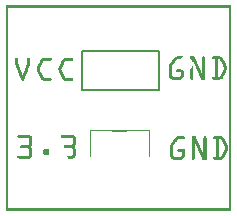
<source format=gto>
G04 MADE WITH FRITZING*
G04 WWW.FRITZING.ORG*
G04 DOUBLE SIDED*
G04 HOLES PLATED*
G04 CONTOUR ON CENTER OF CONTOUR VECTOR*
%ASAXBY*%
%FSLAX23Y23*%
%MOIN*%
%OFA0B0*%
%SFA1.0B1.0*%
%ADD10C,0.008000*%
%ADD11R,0.001000X0.001000*%
%LNSILK1*%
G90*
G70*
G54D10*
X254Y402D02*
X254Y532D01*
D02*
X254Y532D02*
X512Y532D01*
D02*
X512Y532D02*
X512Y402D01*
D02*
X512Y402D02*
X254Y402D01*
G54D11*
X0Y685D02*
X751Y685D01*
X0Y684D02*
X751Y684D01*
X0Y683D02*
X751Y683D01*
X0Y682D02*
X751Y682D01*
X0Y681D02*
X751Y681D01*
X0Y680D02*
X751Y680D01*
X0Y679D02*
X751Y679D01*
X0Y678D02*
X751Y678D01*
X0Y677D02*
X7Y677D01*
X744Y677D02*
X751Y677D01*
X0Y676D02*
X7Y676D01*
X744Y676D02*
X751Y676D01*
X0Y675D02*
X7Y675D01*
X744Y675D02*
X751Y675D01*
X0Y674D02*
X7Y674D01*
X744Y674D02*
X751Y674D01*
X0Y673D02*
X7Y673D01*
X744Y673D02*
X751Y673D01*
X0Y672D02*
X7Y672D01*
X744Y672D02*
X751Y672D01*
X0Y671D02*
X7Y671D01*
X744Y671D02*
X751Y671D01*
X0Y670D02*
X7Y670D01*
X744Y670D02*
X751Y670D01*
X0Y669D02*
X7Y669D01*
X744Y669D02*
X751Y669D01*
X0Y668D02*
X7Y668D01*
X744Y668D02*
X751Y668D01*
X0Y667D02*
X7Y667D01*
X744Y667D02*
X751Y667D01*
X0Y666D02*
X7Y666D01*
X744Y666D02*
X751Y666D01*
X0Y665D02*
X7Y665D01*
X744Y665D02*
X751Y665D01*
X0Y664D02*
X7Y664D01*
X744Y664D02*
X751Y664D01*
X0Y663D02*
X7Y663D01*
X744Y663D02*
X751Y663D01*
X0Y662D02*
X7Y662D01*
X744Y662D02*
X751Y662D01*
X0Y661D02*
X7Y661D01*
X744Y661D02*
X751Y661D01*
X0Y660D02*
X7Y660D01*
X744Y660D02*
X751Y660D01*
X0Y659D02*
X7Y659D01*
X744Y659D02*
X751Y659D01*
X0Y658D02*
X7Y658D01*
X744Y658D02*
X751Y658D01*
X0Y657D02*
X7Y657D01*
X744Y657D02*
X751Y657D01*
X0Y656D02*
X7Y656D01*
X744Y656D02*
X751Y656D01*
X0Y655D02*
X7Y655D01*
X744Y655D02*
X751Y655D01*
X0Y654D02*
X7Y654D01*
X744Y654D02*
X751Y654D01*
X0Y653D02*
X7Y653D01*
X744Y653D02*
X751Y653D01*
X0Y652D02*
X7Y652D01*
X744Y652D02*
X751Y652D01*
X0Y651D02*
X7Y651D01*
X744Y651D02*
X751Y651D01*
X0Y650D02*
X7Y650D01*
X744Y650D02*
X751Y650D01*
X0Y649D02*
X7Y649D01*
X744Y649D02*
X751Y649D01*
X0Y648D02*
X7Y648D01*
X744Y648D02*
X751Y648D01*
X0Y647D02*
X7Y647D01*
X744Y647D02*
X751Y647D01*
X0Y646D02*
X7Y646D01*
X744Y646D02*
X751Y646D01*
X0Y645D02*
X7Y645D01*
X744Y645D02*
X751Y645D01*
X0Y644D02*
X7Y644D01*
X744Y644D02*
X751Y644D01*
X0Y643D02*
X7Y643D01*
X744Y643D02*
X751Y643D01*
X0Y642D02*
X7Y642D01*
X744Y642D02*
X751Y642D01*
X0Y641D02*
X7Y641D01*
X744Y641D02*
X751Y641D01*
X0Y640D02*
X7Y640D01*
X744Y640D02*
X751Y640D01*
X0Y639D02*
X7Y639D01*
X744Y639D02*
X751Y639D01*
X0Y638D02*
X7Y638D01*
X744Y638D02*
X751Y638D01*
X0Y637D02*
X7Y637D01*
X744Y637D02*
X751Y637D01*
X0Y636D02*
X7Y636D01*
X744Y636D02*
X751Y636D01*
X0Y635D02*
X7Y635D01*
X744Y635D02*
X751Y635D01*
X0Y634D02*
X7Y634D01*
X744Y634D02*
X751Y634D01*
X0Y633D02*
X7Y633D01*
X744Y633D02*
X751Y633D01*
X0Y632D02*
X7Y632D01*
X744Y632D02*
X751Y632D01*
X0Y631D02*
X7Y631D01*
X744Y631D02*
X751Y631D01*
X0Y630D02*
X7Y630D01*
X744Y630D02*
X751Y630D01*
X0Y629D02*
X7Y629D01*
X744Y629D02*
X751Y629D01*
X0Y628D02*
X7Y628D01*
X744Y628D02*
X751Y628D01*
X0Y627D02*
X7Y627D01*
X744Y627D02*
X751Y627D01*
X0Y626D02*
X7Y626D01*
X744Y626D02*
X751Y626D01*
X0Y625D02*
X7Y625D01*
X744Y625D02*
X751Y625D01*
X0Y624D02*
X7Y624D01*
X744Y624D02*
X751Y624D01*
X0Y623D02*
X7Y623D01*
X744Y623D02*
X751Y623D01*
X0Y622D02*
X7Y622D01*
X744Y622D02*
X751Y622D01*
X0Y621D02*
X7Y621D01*
X744Y621D02*
X751Y621D01*
X0Y620D02*
X7Y620D01*
X744Y620D02*
X751Y620D01*
X0Y619D02*
X7Y619D01*
X744Y619D02*
X751Y619D01*
X0Y618D02*
X7Y618D01*
X744Y618D02*
X751Y618D01*
X0Y617D02*
X7Y617D01*
X744Y617D02*
X751Y617D01*
X0Y616D02*
X7Y616D01*
X744Y616D02*
X751Y616D01*
X0Y615D02*
X7Y615D01*
X744Y615D02*
X751Y615D01*
X0Y614D02*
X7Y614D01*
X744Y614D02*
X751Y614D01*
X0Y613D02*
X7Y613D01*
X744Y613D02*
X751Y613D01*
X0Y612D02*
X7Y612D01*
X744Y612D02*
X751Y612D01*
X0Y611D02*
X7Y611D01*
X744Y611D02*
X751Y611D01*
X0Y610D02*
X7Y610D01*
X744Y610D02*
X751Y610D01*
X0Y609D02*
X7Y609D01*
X744Y609D02*
X751Y609D01*
X0Y608D02*
X7Y608D01*
X744Y608D02*
X751Y608D01*
X0Y607D02*
X7Y607D01*
X744Y607D02*
X751Y607D01*
X0Y606D02*
X7Y606D01*
X744Y606D02*
X751Y606D01*
X0Y605D02*
X7Y605D01*
X744Y605D02*
X751Y605D01*
X0Y604D02*
X7Y604D01*
X744Y604D02*
X751Y604D01*
X0Y603D02*
X7Y603D01*
X744Y603D02*
X751Y603D01*
X0Y602D02*
X7Y602D01*
X744Y602D02*
X751Y602D01*
X0Y601D02*
X7Y601D01*
X744Y601D02*
X751Y601D01*
X0Y600D02*
X7Y600D01*
X744Y600D02*
X751Y600D01*
X0Y599D02*
X7Y599D01*
X744Y599D02*
X751Y599D01*
X0Y598D02*
X7Y598D01*
X744Y598D02*
X751Y598D01*
X0Y597D02*
X7Y597D01*
X744Y597D02*
X751Y597D01*
X0Y596D02*
X7Y596D01*
X744Y596D02*
X751Y596D01*
X0Y595D02*
X7Y595D01*
X744Y595D02*
X751Y595D01*
X0Y594D02*
X7Y594D01*
X744Y594D02*
X751Y594D01*
X0Y593D02*
X7Y593D01*
X744Y593D02*
X751Y593D01*
X0Y592D02*
X7Y592D01*
X744Y592D02*
X751Y592D01*
X0Y591D02*
X7Y591D01*
X744Y591D02*
X751Y591D01*
X0Y590D02*
X7Y590D01*
X744Y590D02*
X751Y590D01*
X0Y589D02*
X7Y589D01*
X744Y589D02*
X751Y589D01*
X0Y588D02*
X7Y588D01*
X744Y588D02*
X751Y588D01*
X0Y587D02*
X7Y587D01*
X744Y587D02*
X751Y587D01*
X0Y586D02*
X7Y586D01*
X744Y586D02*
X751Y586D01*
X0Y585D02*
X7Y585D01*
X744Y585D02*
X751Y585D01*
X0Y584D02*
X7Y584D01*
X744Y584D02*
X751Y584D01*
X0Y583D02*
X7Y583D01*
X744Y583D02*
X751Y583D01*
X0Y582D02*
X7Y582D01*
X744Y582D02*
X751Y582D01*
X0Y581D02*
X7Y581D01*
X744Y581D02*
X751Y581D01*
X0Y580D02*
X7Y580D01*
X744Y580D02*
X751Y580D01*
X0Y579D02*
X7Y579D01*
X744Y579D02*
X751Y579D01*
X0Y578D02*
X7Y578D01*
X744Y578D02*
X751Y578D01*
X0Y577D02*
X7Y577D01*
X744Y577D02*
X751Y577D01*
X0Y576D02*
X7Y576D01*
X744Y576D02*
X751Y576D01*
X0Y575D02*
X7Y575D01*
X744Y575D02*
X751Y575D01*
X0Y574D02*
X7Y574D01*
X744Y574D02*
X751Y574D01*
X0Y573D02*
X7Y573D01*
X744Y573D02*
X751Y573D01*
X0Y572D02*
X7Y572D01*
X744Y572D02*
X751Y572D01*
X0Y571D02*
X7Y571D01*
X744Y571D02*
X751Y571D01*
X0Y570D02*
X7Y570D01*
X744Y570D02*
X751Y570D01*
X0Y569D02*
X7Y569D01*
X744Y569D02*
X751Y569D01*
X0Y568D02*
X7Y568D01*
X744Y568D02*
X751Y568D01*
X0Y567D02*
X7Y567D01*
X744Y567D02*
X751Y567D01*
X0Y566D02*
X7Y566D01*
X744Y566D02*
X751Y566D01*
X0Y565D02*
X7Y565D01*
X744Y565D02*
X751Y565D01*
X0Y564D02*
X7Y564D01*
X744Y564D02*
X751Y564D01*
X0Y563D02*
X7Y563D01*
X744Y563D02*
X751Y563D01*
X0Y562D02*
X7Y562D01*
X744Y562D02*
X751Y562D01*
X0Y561D02*
X7Y561D01*
X744Y561D02*
X751Y561D01*
X0Y560D02*
X7Y560D01*
X744Y560D02*
X751Y560D01*
X0Y559D02*
X7Y559D01*
X744Y559D02*
X751Y559D01*
X0Y558D02*
X7Y558D01*
X744Y558D02*
X751Y558D01*
X0Y557D02*
X7Y557D01*
X744Y557D02*
X751Y557D01*
X0Y556D02*
X7Y556D01*
X744Y556D02*
X751Y556D01*
X0Y555D02*
X7Y555D01*
X744Y555D02*
X751Y555D01*
X0Y554D02*
X7Y554D01*
X744Y554D02*
X751Y554D01*
X0Y553D02*
X7Y553D01*
X744Y553D02*
X751Y553D01*
X0Y552D02*
X7Y552D01*
X744Y552D02*
X751Y552D01*
X0Y551D02*
X7Y551D01*
X744Y551D02*
X751Y551D01*
X0Y550D02*
X7Y550D01*
X744Y550D02*
X751Y550D01*
X0Y549D02*
X7Y549D01*
X744Y549D02*
X751Y549D01*
X0Y548D02*
X7Y548D01*
X744Y548D02*
X751Y548D01*
X0Y547D02*
X7Y547D01*
X744Y547D02*
X751Y547D01*
X0Y546D02*
X7Y546D01*
X744Y546D02*
X751Y546D01*
X0Y545D02*
X7Y545D01*
X744Y545D02*
X751Y545D01*
X0Y544D02*
X7Y544D01*
X744Y544D02*
X751Y544D01*
X0Y543D02*
X7Y543D01*
X744Y543D02*
X751Y543D01*
X0Y542D02*
X7Y542D01*
X744Y542D02*
X751Y542D01*
X0Y541D02*
X7Y541D01*
X744Y541D02*
X751Y541D01*
X0Y540D02*
X7Y540D01*
X744Y540D02*
X751Y540D01*
X0Y539D02*
X7Y539D01*
X744Y539D02*
X751Y539D01*
X0Y538D02*
X7Y538D01*
X744Y538D02*
X751Y538D01*
X0Y537D02*
X7Y537D01*
X744Y537D02*
X751Y537D01*
X0Y536D02*
X7Y536D01*
X744Y536D02*
X751Y536D01*
X0Y535D02*
X7Y535D01*
X744Y535D02*
X751Y535D01*
X0Y534D02*
X7Y534D01*
X744Y534D02*
X751Y534D01*
X0Y533D02*
X7Y533D01*
X744Y533D02*
X751Y533D01*
X0Y532D02*
X7Y532D01*
X744Y532D02*
X751Y532D01*
X0Y531D02*
X7Y531D01*
X744Y531D02*
X751Y531D01*
X0Y530D02*
X7Y530D01*
X744Y530D02*
X751Y530D01*
X0Y529D02*
X7Y529D01*
X744Y529D02*
X751Y529D01*
X0Y528D02*
X7Y528D01*
X744Y528D02*
X751Y528D01*
X0Y527D02*
X7Y527D01*
X744Y527D02*
X751Y527D01*
X0Y526D02*
X7Y526D01*
X744Y526D02*
X751Y526D01*
X0Y525D02*
X7Y525D01*
X744Y525D02*
X751Y525D01*
X0Y524D02*
X7Y524D01*
X744Y524D02*
X751Y524D01*
X0Y523D02*
X7Y523D01*
X744Y523D02*
X751Y523D01*
X0Y522D02*
X7Y522D01*
X744Y522D02*
X751Y522D01*
X0Y521D02*
X7Y521D01*
X744Y521D02*
X751Y521D01*
X0Y520D02*
X7Y520D01*
X744Y520D02*
X751Y520D01*
X0Y519D02*
X7Y519D01*
X744Y519D02*
X751Y519D01*
X0Y518D02*
X7Y518D01*
X744Y518D02*
X751Y518D01*
X0Y517D02*
X7Y517D01*
X744Y517D02*
X751Y517D01*
X0Y516D02*
X7Y516D01*
X744Y516D02*
X751Y516D01*
X0Y515D02*
X7Y515D01*
X571Y515D02*
X589Y515D01*
X616Y515D02*
X628Y515D01*
X659Y515D02*
X661Y515D01*
X692Y515D02*
X713Y515D01*
X744Y515D02*
X751Y515D01*
X0Y514D02*
X7Y514D01*
X567Y514D02*
X591Y514D01*
X616Y514D02*
X629Y514D01*
X657Y514D02*
X663Y514D01*
X690Y514D02*
X717Y514D01*
X744Y514D02*
X751Y514D01*
X0Y513D02*
X7Y513D01*
X565Y513D02*
X590Y513D01*
X616Y513D02*
X629Y513D01*
X656Y513D02*
X664Y513D01*
X689Y513D02*
X718Y513D01*
X744Y513D02*
X751Y513D01*
X0Y512D02*
X7Y512D01*
X564Y512D02*
X588Y512D01*
X616Y512D02*
X630Y512D01*
X656Y512D02*
X664Y512D01*
X688Y512D02*
X720Y512D01*
X744Y512D02*
X751Y512D01*
X0Y511D02*
X7Y511D01*
X35Y511D02*
X38Y511D01*
X75Y511D02*
X77Y511D01*
X127Y511D02*
X150Y511D01*
X199Y511D02*
X222Y511D01*
X563Y511D02*
X586Y511D01*
X616Y511D02*
X630Y511D01*
X656Y511D02*
X664Y511D01*
X688Y511D02*
X721Y511D01*
X744Y511D02*
X751Y511D01*
X0Y510D02*
X7Y510D01*
X34Y510D02*
X39Y510D01*
X73Y510D02*
X79Y510D01*
X124Y510D02*
X151Y510D01*
X196Y510D02*
X223Y510D01*
X562Y510D02*
X585Y510D01*
X616Y510D02*
X630Y510D01*
X655Y510D02*
X665Y510D01*
X688Y510D02*
X722Y510D01*
X744Y510D02*
X751Y510D01*
X0Y509D02*
X7Y509D01*
X33Y509D02*
X40Y509D01*
X72Y509D02*
X80Y509D01*
X122Y509D02*
X152Y509D01*
X194Y509D02*
X224Y509D01*
X561Y509D02*
X584Y509D01*
X616Y509D02*
X631Y509D01*
X655Y509D02*
X665Y509D01*
X688Y509D02*
X723Y509D01*
X744Y509D02*
X751Y509D01*
X0Y508D02*
X7Y508D01*
X32Y508D02*
X41Y508D01*
X72Y508D02*
X80Y508D01*
X121Y508D02*
X153Y508D01*
X193Y508D02*
X225Y508D01*
X560Y508D02*
X582Y508D01*
X616Y508D02*
X631Y508D01*
X655Y508D02*
X665Y508D01*
X689Y508D02*
X723Y508D01*
X744Y508D02*
X751Y508D01*
X0Y507D02*
X7Y507D01*
X32Y507D02*
X41Y507D01*
X72Y507D02*
X80Y507D01*
X119Y507D02*
X153Y507D01*
X192Y507D02*
X225Y507D01*
X559Y507D02*
X581Y507D01*
X616Y507D02*
X632Y507D01*
X655Y507D02*
X665Y507D01*
X689Y507D02*
X724Y507D01*
X744Y507D02*
X751Y507D01*
X0Y506D02*
X7Y506D01*
X32Y506D02*
X41Y506D01*
X72Y506D02*
X81Y506D01*
X118Y506D02*
X153Y506D01*
X191Y506D02*
X225Y506D01*
X559Y506D02*
X580Y506D01*
X617Y506D02*
X632Y506D01*
X655Y506D02*
X665Y506D01*
X690Y506D02*
X725Y506D01*
X744Y506D02*
X751Y506D01*
X0Y505D02*
X7Y505D01*
X32Y505D02*
X41Y505D01*
X72Y505D02*
X81Y505D01*
X118Y505D02*
X153Y505D01*
X190Y505D02*
X225Y505D01*
X558Y505D02*
X571Y505D01*
X618Y505D02*
X633Y505D01*
X655Y505D02*
X665Y505D01*
X698Y505D02*
X707Y505D01*
X713Y505D02*
X725Y505D01*
X744Y505D02*
X751Y505D01*
X0Y504D02*
X7Y504D01*
X32Y504D02*
X41Y504D01*
X72Y504D02*
X81Y504D01*
X117Y504D02*
X152Y504D01*
X189Y504D02*
X224Y504D01*
X557Y504D02*
X569Y504D01*
X619Y504D02*
X633Y504D01*
X655Y504D02*
X665Y504D01*
X698Y504D02*
X707Y504D01*
X715Y504D02*
X726Y504D01*
X744Y504D02*
X751Y504D01*
X0Y503D02*
X7Y503D01*
X32Y503D02*
X41Y503D01*
X72Y503D02*
X81Y503D01*
X117Y503D02*
X151Y503D01*
X189Y503D02*
X224Y503D01*
X556Y503D02*
X568Y503D01*
X619Y503D02*
X634Y503D01*
X655Y503D02*
X665Y503D01*
X698Y503D02*
X707Y503D01*
X716Y503D02*
X726Y503D01*
X744Y503D02*
X751Y503D01*
X0Y502D02*
X7Y502D01*
X32Y502D02*
X41Y502D01*
X72Y502D02*
X81Y502D01*
X116Y502D02*
X150Y502D01*
X188Y502D02*
X222Y502D01*
X556Y502D02*
X567Y502D01*
X620Y502D02*
X634Y502D01*
X655Y502D02*
X665Y502D01*
X698Y502D02*
X707Y502D01*
X716Y502D02*
X727Y502D01*
X744Y502D02*
X751Y502D01*
X0Y501D02*
X7Y501D01*
X32Y501D02*
X41Y501D01*
X72Y501D02*
X81Y501D01*
X116Y501D02*
X128Y501D01*
X188Y501D02*
X200Y501D01*
X555Y501D02*
X567Y501D01*
X621Y501D02*
X634Y501D01*
X655Y501D02*
X665Y501D01*
X698Y501D02*
X707Y501D01*
X717Y501D02*
X727Y501D01*
X744Y501D02*
X751Y501D01*
X0Y500D02*
X7Y500D01*
X32Y500D02*
X41Y500D01*
X72Y500D02*
X81Y500D01*
X115Y500D02*
X126Y500D01*
X187Y500D02*
X198Y500D01*
X554Y500D02*
X566Y500D01*
X621Y500D02*
X635Y500D01*
X655Y500D02*
X665Y500D01*
X698Y500D02*
X707Y500D01*
X717Y500D02*
X728Y500D01*
X744Y500D02*
X751Y500D01*
X0Y499D02*
X7Y499D01*
X32Y499D02*
X41Y499D01*
X72Y499D02*
X81Y499D01*
X115Y499D02*
X125Y499D01*
X187Y499D02*
X197Y499D01*
X553Y499D02*
X565Y499D01*
X622Y499D02*
X635Y499D01*
X655Y499D02*
X665Y499D01*
X698Y499D02*
X707Y499D01*
X718Y499D02*
X728Y499D01*
X744Y499D02*
X751Y499D01*
X0Y498D02*
X7Y498D01*
X32Y498D02*
X41Y498D01*
X72Y498D02*
X81Y498D01*
X114Y498D02*
X125Y498D01*
X186Y498D02*
X197Y498D01*
X553Y498D02*
X564Y498D01*
X622Y498D02*
X636Y498D01*
X655Y498D02*
X665Y498D01*
X698Y498D02*
X707Y498D01*
X718Y498D02*
X729Y498D01*
X744Y498D02*
X751Y498D01*
X0Y497D02*
X7Y497D01*
X32Y497D02*
X41Y497D01*
X72Y497D02*
X81Y497D01*
X114Y497D02*
X124Y497D01*
X186Y497D02*
X196Y497D01*
X552Y497D02*
X564Y497D01*
X623Y497D02*
X636Y497D01*
X655Y497D02*
X665Y497D01*
X698Y497D02*
X707Y497D01*
X719Y497D02*
X729Y497D01*
X744Y497D02*
X751Y497D01*
X0Y496D02*
X7Y496D01*
X32Y496D02*
X41Y496D01*
X72Y496D02*
X81Y496D01*
X113Y496D02*
X124Y496D01*
X185Y496D02*
X196Y496D01*
X551Y496D02*
X563Y496D01*
X623Y496D02*
X637Y496D01*
X655Y496D02*
X665Y496D01*
X698Y496D02*
X707Y496D01*
X719Y496D02*
X730Y496D01*
X744Y496D02*
X751Y496D01*
X0Y495D02*
X7Y495D01*
X32Y495D02*
X41Y495D01*
X72Y495D02*
X81Y495D01*
X113Y495D02*
X123Y495D01*
X185Y495D02*
X195Y495D01*
X550Y495D02*
X562Y495D01*
X623Y495D02*
X625Y495D01*
X627Y495D02*
X637Y495D01*
X655Y495D02*
X665Y495D01*
X698Y495D02*
X707Y495D01*
X720Y495D02*
X730Y495D01*
X744Y495D02*
X751Y495D01*
X0Y494D02*
X7Y494D01*
X32Y494D02*
X41Y494D01*
X72Y494D02*
X81Y494D01*
X112Y494D02*
X123Y494D01*
X184Y494D02*
X195Y494D01*
X549Y494D02*
X561Y494D01*
X623Y494D02*
X625Y494D01*
X627Y494D02*
X637Y494D01*
X655Y494D02*
X665Y494D01*
X698Y494D02*
X707Y494D01*
X720Y494D02*
X731Y494D01*
X744Y494D02*
X751Y494D01*
X0Y493D02*
X7Y493D01*
X32Y493D02*
X41Y493D01*
X72Y493D02*
X81Y493D01*
X112Y493D02*
X122Y493D01*
X184Y493D02*
X194Y493D01*
X549Y493D02*
X560Y493D01*
X624Y493D02*
X625Y493D01*
X628Y493D02*
X638Y493D01*
X655Y493D02*
X665Y493D01*
X698Y493D02*
X707Y493D01*
X721Y493D02*
X731Y493D01*
X744Y493D02*
X751Y493D01*
X0Y492D02*
X7Y492D01*
X32Y492D02*
X41Y492D01*
X72Y492D02*
X81Y492D01*
X111Y492D02*
X121Y492D01*
X183Y492D02*
X194Y492D01*
X548Y492D02*
X560Y492D01*
X624Y492D02*
X625Y492D01*
X628Y492D02*
X638Y492D01*
X655Y492D02*
X665Y492D01*
X698Y492D02*
X707Y492D01*
X721Y492D02*
X732Y492D01*
X744Y492D02*
X751Y492D01*
X0Y491D02*
X7Y491D01*
X32Y491D02*
X41Y491D01*
X72Y491D02*
X81Y491D01*
X111Y491D02*
X121Y491D01*
X183Y491D02*
X193Y491D01*
X547Y491D02*
X559Y491D01*
X624Y491D02*
X625Y491D01*
X629Y491D02*
X639Y491D01*
X655Y491D02*
X665Y491D01*
X698Y491D02*
X707Y491D01*
X722Y491D02*
X732Y491D01*
X744Y491D02*
X751Y491D01*
X0Y490D02*
X7Y490D01*
X32Y490D02*
X41Y490D01*
X71Y490D02*
X81Y490D01*
X110Y490D02*
X120Y490D01*
X182Y490D02*
X193Y490D01*
X547Y490D02*
X558Y490D01*
X624Y490D02*
X625Y490D01*
X629Y490D02*
X639Y490D01*
X655Y490D02*
X665Y490D01*
X698Y490D02*
X707Y490D01*
X722Y490D02*
X733Y490D01*
X744Y490D02*
X751Y490D01*
X0Y489D02*
X7Y489D01*
X32Y489D02*
X41Y489D01*
X71Y489D02*
X81Y489D01*
X110Y489D02*
X120Y489D01*
X182Y489D02*
X192Y489D01*
X546Y489D02*
X557Y489D01*
X624Y489D02*
X625Y489D01*
X630Y489D02*
X640Y489D01*
X655Y489D02*
X665Y489D01*
X698Y489D02*
X707Y489D01*
X723Y489D02*
X733Y489D01*
X744Y489D02*
X751Y489D01*
X0Y488D02*
X7Y488D01*
X32Y488D02*
X42Y488D01*
X71Y488D02*
X80Y488D01*
X109Y488D02*
X119Y488D01*
X181Y488D02*
X192Y488D01*
X546Y488D02*
X557Y488D01*
X624Y488D02*
X625Y488D01*
X630Y488D02*
X640Y488D01*
X655Y488D02*
X665Y488D01*
X698Y488D02*
X707Y488D01*
X723Y488D02*
X734Y488D01*
X744Y488D02*
X751Y488D01*
X0Y487D02*
X7Y487D01*
X32Y487D02*
X42Y487D01*
X70Y487D02*
X80Y487D01*
X109Y487D02*
X119Y487D01*
X181Y487D02*
X191Y487D01*
X545Y487D02*
X556Y487D01*
X624Y487D02*
X625Y487D01*
X630Y487D02*
X641Y487D01*
X655Y487D02*
X665Y487D01*
X698Y487D02*
X707Y487D01*
X724Y487D02*
X734Y487D01*
X744Y487D02*
X751Y487D01*
X0Y486D02*
X7Y486D01*
X33Y486D02*
X43Y486D01*
X70Y486D02*
X80Y486D01*
X108Y486D02*
X118Y486D01*
X180Y486D02*
X191Y486D01*
X545Y486D02*
X555Y486D01*
X623Y486D02*
X625Y486D01*
X631Y486D02*
X641Y486D01*
X655Y486D02*
X665Y486D01*
X698Y486D02*
X707Y486D01*
X724Y486D02*
X735Y486D01*
X744Y486D02*
X751Y486D01*
X0Y485D02*
X7Y485D01*
X33Y485D02*
X43Y485D01*
X69Y485D02*
X79Y485D01*
X108Y485D02*
X118Y485D01*
X180Y485D02*
X190Y485D01*
X544Y485D02*
X554Y485D01*
X623Y485D02*
X625Y485D01*
X631Y485D02*
X641Y485D01*
X655Y485D02*
X665Y485D01*
X698Y485D02*
X707Y485D01*
X725Y485D02*
X735Y485D01*
X744Y485D02*
X751Y485D01*
X0Y484D02*
X7Y484D01*
X34Y484D02*
X43Y484D01*
X69Y484D02*
X79Y484D01*
X107Y484D02*
X117Y484D01*
X179Y484D02*
X190Y484D01*
X544Y484D02*
X554Y484D01*
X623Y484D02*
X625Y484D01*
X632Y484D02*
X642Y484D01*
X655Y484D02*
X665Y484D01*
X698Y484D02*
X707Y484D01*
X725Y484D02*
X735Y484D01*
X744Y484D02*
X751Y484D01*
X0Y483D02*
X7Y483D01*
X34Y483D02*
X44Y483D01*
X69Y483D02*
X79Y483D01*
X107Y483D02*
X117Y483D01*
X179Y483D02*
X189Y483D01*
X544Y483D02*
X553Y483D01*
X622Y483D02*
X625Y483D01*
X632Y483D02*
X642Y483D01*
X655Y483D02*
X665Y483D01*
X698Y483D02*
X707Y483D01*
X726Y483D02*
X736Y483D01*
X744Y483D02*
X751Y483D01*
X0Y482D02*
X7Y482D01*
X34Y482D02*
X44Y482D01*
X68Y482D02*
X78Y482D01*
X106Y482D02*
X116Y482D01*
X178Y482D02*
X189Y482D01*
X544Y482D02*
X553Y482D01*
X622Y482D02*
X625Y482D01*
X633Y482D02*
X643Y482D01*
X655Y482D02*
X665Y482D01*
X698Y482D02*
X707Y482D01*
X726Y482D02*
X736Y482D01*
X744Y482D02*
X751Y482D01*
X0Y481D02*
X7Y481D01*
X35Y481D02*
X45Y481D01*
X68Y481D02*
X78Y481D01*
X106Y481D02*
X116Y481D01*
X178Y481D02*
X188Y481D01*
X544Y481D02*
X553Y481D01*
X622Y481D02*
X625Y481D01*
X633Y481D02*
X643Y481D01*
X655Y481D02*
X665Y481D01*
X698Y481D02*
X707Y481D01*
X727Y481D02*
X736Y481D01*
X744Y481D02*
X751Y481D01*
X0Y480D02*
X7Y480D01*
X35Y480D02*
X45Y480D01*
X68Y480D02*
X77Y480D01*
X105Y480D02*
X115Y480D01*
X178Y480D02*
X188Y480D01*
X544Y480D02*
X553Y480D01*
X621Y480D02*
X625Y480D01*
X633Y480D02*
X644Y480D01*
X655Y480D02*
X665Y480D01*
X698Y480D02*
X707Y480D01*
X727Y480D02*
X736Y480D01*
X744Y480D02*
X751Y480D01*
X0Y479D02*
X7Y479D01*
X35Y479D02*
X45Y479D01*
X67Y479D02*
X77Y479D01*
X105Y479D02*
X115Y479D01*
X177Y479D02*
X187Y479D01*
X544Y479D02*
X553Y479D01*
X620Y479D02*
X625Y479D01*
X634Y479D02*
X644Y479D01*
X655Y479D02*
X665Y479D01*
X698Y479D02*
X707Y479D01*
X727Y479D02*
X737Y479D01*
X744Y479D02*
X751Y479D01*
X0Y478D02*
X7Y478D01*
X36Y478D02*
X46Y478D01*
X67Y478D02*
X77Y478D01*
X105Y478D02*
X114Y478D01*
X177Y478D02*
X187Y478D01*
X544Y478D02*
X553Y478D01*
X620Y478D02*
X625Y478D01*
X634Y478D02*
X644Y478D01*
X655Y478D02*
X665Y478D01*
X698Y478D02*
X707Y478D01*
X727Y478D02*
X737Y478D01*
X744Y478D02*
X751Y478D01*
X0Y477D02*
X7Y477D01*
X36Y477D02*
X46Y477D01*
X66Y477D02*
X76Y477D01*
X105Y477D02*
X114Y477D01*
X177Y477D02*
X186Y477D01*
X544Y477D02*
X553Y477D01*
X619Y477D02*
X625Y477D01*
X635Y477D02*
X645Y477D01*
X655Y477D02*
X665Y477D01*
X698Y477D02*
X707Y477D01*
X728Y477D02*
X737Y477D01*
X744Y477D02*
X751Y477D01*
X0Y476D02*
X7Y476D01*
X37Y476D02*
X47Y476D01*
X66Y476D02*
X76Y476D01*
X104Y476D02*
X114Y476D01*
X177Y476D02*
X186Y476D01*
X544Y476D02*
X553Y476D01*
X618Y476D02*
X625Y476D01*
X635Y476D02*
X645Y476D01*
X655Y476D02*
X665Y476D01*
X698Y476D02*
X707Y476D01*
X728Y476D02*
X737Y476D01*
X744Y476D02*
X751Y476D01*
X0Y475D02*
X7Y475D01*
X37Y475D02*
X47Y475D01*
X66Y475D02*
X75Y475D01*
X104Y475D02*
X113Y475D01*
X176Y475D02*
X186Y475D01*
X544Y475D02*
X553Y475D01*
X618Y475D02*
X625Y475D01*
X636Y475D02*
X646Y475D01*
X655Y475D02*
X665Y475D01*
X698Y475D02*
X707Y475D01*
X728Y475D02*
X737Y475D01*
X744Y475D02*
X751Y475D01*
X0Y474D02*
X7Y474D01*
X37Y474D02*
X47Y474D01*
X65Y474D02*
X75Y474D01*
X104Y474D02*
X113Y474D01*
X176Y474D02*
X186Y474D01*
X544Y474D02*
X553Y474D01*
X617Y474D02*
X625Y474D01*
X636Y474D02*
X646Y474D01*
X655Y474D02*
X665Y474D01*
X698Y474D02*
X707Y474D01*
X727Y474D02*
X737Y474D01*
X744Y474D02*
X751Y474D01*
X0Y473D02*
X7Y473D01*
X38Y473D02*
X48Y473D01*
X65Y473D02*
X75Y473D01*
X104Y473D02*
X113Y473D01*
X176Y473D02*
X185Y473D01*
X544Y473D02*
X553Y473D01*
X616Y473D02*
X625Y473D01*
X637Y473D02*
X647Y473D01*
X655Y473D02*
X665Y473D01*
X698Y473D02*
X707Y473D01*
X727Y473D02*
X736Y473D01*
X744Y473D02*
X751Y473D01*
X0Y472D02*
X7Y472D01*
X38Y472D02*
X48Y472D01*
X64Y472D02*
X74Y472D01*
X104Y472D02*
X113Y472D01*
X176Y472D02*
X185Y472D01*
X544Y472D02*
X553Y472D01*
X571Y472D02*
X583Y472D01*
X616Y472D02*
X625Y472D01*
X637Y472D02*
X647Y472D01*
X655Y472D02*
X665Y472D01*
X698Y472D02*
X707Y472D01*
X727Y472D02*
X736Y472D01*
X744Y472D02*
X751Y472D01*
X0Y471D02*
X7Y471D01*
X39Y471D02*
X49Y471D01*
X64Y471D02*
X74Y471D01*
X104Y471D02*
X113Y471D01*
X176Y471D02*
X186Y471D01*
X544Y471D02*
X553Y471D01*
X570Y471D02*
X584Y471D01*
X616Y471D02*
X625Y471D01*
X637Y471D02*
X648Y471D01*
X655Y471D02*
X665Y471D01*
X698Y471D02*
X707Y471D01*
X726Y471D02*
X736Y471D01*
X744Y471D02*
X751Y471D01*
X0Y470D02*
X7Y470D01*
X39Y470D02*
X49Y470D01*
X64Y470D02*
X73Y470D01*
X104Y470D02*
X113Y470D01*
X176Y470D02*
X186Y470D01*
X544Y470D02*
X553Y470D01*
X569Y470D02*
X585Y470D01*
X616Y470D02*
X625Y470D01*
X638Y470D02*
X648Y470D01*
X655Y470D02*
X665Y470D01*
X698Y470D02*
X707Y470D01*
X726Y470D02*
X736Y470D01*
X744Y470D02*
X751Y470D01*
X0Y469D02*
X7Y469D01*
X39Y469D02*
X49Y469D01*
X63Y469D02*
X73Y469D01*
X104Y469D02*
X114Y469D01*
X177Y469D02*
X186Y469D01*
X544Y469D02*
X553Y469D01*
X569Y469D02*
X587Y469D01*
X616Y469D02*
X625Y469D01*
X638Y469D02*
X648Y469D01*
X655Y469D02*
X665Y469D01*
X698Y469D02*
X707Y469D01*
X726Y469D02*
X736Y469D01*
X744Y469D02*
X751Y469D01*
X0Y468D02*
X7Y468D01*
X40Y468D02*
X50Y468D01*
X63Y468D02*
X73Y468D01*
X105Y468D02*
X114Y468D01*
X177Y468D02*
X186Y468D01*
X544Y468D02*
X553Y468D01*
X568Y468D02*
X589Y468D01*
X616Y468D02*
X625Y468D01*
X639Y468D02*
X649Y468D01*
X655Y468D02*
X665Y468D01*
X698Y468D02*
X707Y468D01*
X725Y468D02*
X735Y468D01*
X744Y468D02*
X751Y468D01*
X0Y467D02*
X7Y467D01*
X40Y467D02*
X50Y467D01*
X62Y467D02*
X72Y467D01*
X105Y467D02*
X114Y467D01*
X177Y467D02*
X187Y467D01*
X544Y467D02*
X553Y467D01*
X569Y467D02*
X591Y467D01*
X616Y467D02*
X625Y467D01*
X639Y467D02*
X649Y467D01*
X655Y467D02*
X665Y467D01*
X698Y467D02*
X707Y467D01*
X725Y467D02*
X735Y467D01*
X744Y467D02*
X751Y467D01*
X0Y466D02*
X7Y466D01*
X41Y466D02*
X50Y466D01*
X62Y466D02*
X72Y466D01*
X105Y466D02*
X115Y466D01*
X177Y466D02*
X187Y466D01*
X544Y466D02*
X553Y466D01*
X569Y466D02*
X592Y466D01*
X616Y466D02*
X625Y466D01*
X640Y466D02*
X650Y466D01*
X655Y466D02*
X665Y466D01*
X698Y466D02*
X707Y466D01*
X724Y466D02*
X734Y466D01*
X744Y466D02*
X751Y466D01*
X0Y465D02*
X7Y465D01*
X41Y465D02*
X51Y465D01*
X62Y465D02*
X72Y465D01*
X105Y465D02*
X115Y465D01*
X178Y465D02*
X187Y465D01*
X544Y465D02*
X553Y465D01*
X569Y465D02*
X592Y465D01*
X616Y465D02*
X625Y465D01*
X640Y465D02*
X650Y465D01*
X655Y465D02*
X665Y465D01*
X698Y465D02*
X707Y465D01*
X724Y465D02*
X734Y465D01*
X744Y465D02*
X751Y465D01*
X0Y464D02*
X7Y464D01*
X41Y464D02*
X51Y464D01*
X61Y464D02*
X71Y464D01*
X106Y464D02*
X116Y464D01*
X178Y464D02*
X188Y464D01*
X544Y464D02*
X553Y464D01*
X570Y464D02*
X592Y464D01*
X616Y464D02*
X625Y464D01*
X640Y464D02*
X651Y464D01*
X655Y464D02*
X665Y464D01*
X698Y464D02*
X707Y464D01*
X723Y464D02*
X733Y464D01*
X744Y464D02*
X751Y464D01*
X0Y463D02*
X7Y463D01*
X42Y463D02*
X52Y463D01*
X61Y463D02*
X71Y463D01*
X106Y463D02*
X116Y463D01*
X178Y463D02*
X188Y463D01*
X544Y463D02*
X553Y463D01*
X572Y463D02*
X592Y463D01*
X616Y463D02*
X625Y463D01*
X641Y463D02*
X651Y463D01*
X655Y463D02*
X665Y463D01*
X698Y463D02*
X707Y463D01*
X723Y463D02*
X733Y463D01*
X744Y463D02*
X751Y463D01*
X0Y462D02*
X7Y462D01*
X42Y462D02*
X52Y462D01*
X60Y462D02*
X70Y462D01*
X107Y462D02*
X117Y462D01*
X179Y462D02*
X189Y462D01*
X544Y462D02*
X553Y462D01*
X583Y462D02*
X592Y462D01*
X616Y462D02*
X625Y462D01*
X641Y462D02*
X651Y462D01*
X655Y462D02*
X665Y462D01*
X698Y462D02*
X707Y462D01*
X722Y462D02*
X732Y462D01*
X744Y462D02*
X751Y462D01*
X0Y461D02*
X7Y461D01*
X42Y461D02*
X52Y461D01*
X60Y461D02*
X70Y461D01*
X107Y461D02*
X117Y461D01*
X179Y461D02*
X190Y461D01*
X544Y461D02*
X553Y461D01*
X583Y461D02*
X592Y461D01*
X616Y461D02*
X625Y461D01*
X642Y461D02*
X652Y461D01*
X655Y461D02*
X665Y461D01*
X698Y461D02*
X707Y461D01*
X721Y461D02*
X732Y461D01*
X744Y461D02*
X751Y461D01*
X0Y460D02*
X7Y460D01*
X43Y460D02*
X53Y460D01*
X60Y460D02*
X70Y460D01*
X107Y460D02*
X118Y460D01*
X180Y460D02*
X190Y460D01*
X544Y460D02*
X553Y460D01*
X583Y460D02*
X592Y460D01*
X616Y460D02*
X625Y460D01*
X642Y460D02*
X652Y460D01*
X655Y460D02*
X665Y460D01*
X698Y460D02*
X707Y460D01*
X721Y460D02*
X731Y460D01*
X744Y460D02*
X751Y460D01*
X0Y459D02*
X7Y459D01*
X43Y459D02*
X53Y459D01*
X59Y459D02*
X69Y459D01*
X108Y459D02*
X118Y459D01*
X180Y459D02*
X191Y459D01*
X544Y459D02*
X553Y459D01*
X583Y459D02*
X592Y459D01*
X616Y459D02*
X625Y459D01*
X643Y459D02*
X653Y459D01*
X655Y459D02*
X665Y459D01*
X698Y459D02*
X707Y459D01*
X720Y459D02*
X731Y459D01*
X744Y459D02*
X751Y459D01*
X0Y458D02*
X7Y458D01*
X44Y458D02*
X54Y458D01*
X59Y458D02*
X69Y458D01*
X108Y458D02*
X119Y458D01*
X181Y458D02*
X191Y458D01*
X544Y458D02*
X553Y458D01*
X583Y458D02*
X592Y458D01*
X616Y458D02*
X625Y458D01*
X643Y458D02*
X653Y458D01*
X655Y458D02*
X665Y458D01*
X698Y458D02*
X707Y458D01*
X720Y458D02*
X730Y458D01*
X744Y458D02*
X751Y458D01*
X0Y457D02*
X7Y457D01*
X44Y457D02*
X54Y457D01*
X59Y457D02*
X68Y457D01*
X109Y457D02*
X119Y457D01*
X181Y457D02*
X192Y457D01*
X544Y457D02*
X553Y457D01*
X583Y457D02*
X592Y457D01*
X616Y457D02*
X625Y457D01*
X644Y457D02*
X665Y457D01*
X698Y457D02*
X707Y457D01*
X719Y457D02*
X730Y457D01*
X744Y457D02*
X751Y457D01*
X0Y456D02*
X7Y456D01*
X44Y456D02*
X54Y456D01*
X58Y456D02*
X68Y456D01*
X109Y456D02*
X120Y456D01*
X182Y456D02*
X192Y456D01*
X544Y456D02*
X553Y456D01*
X583Y456D02*
X592Y456D01*
X616Y456D02*
X625Y456D01*
X644Y456D02*
X665Y456D01*
X698Y456D02*
X707Y456D01*
X719Y456D02*
X729Y456D01*
X744Y456D02*
X751Y456D01*
X0Y455D02*
X7Y455D01*
X45Y455D02*
X55Y455D01*
X58Y455D02*
X68Y455D01*
X110Y455D02*
X120Y455D01*
X182Y455D02*
X193Y455D01*
X544Y455D02*
X553Y455D01*
X583Y455D02*
X592Y455D01*
X616Y455D02*
X625Y455D01*
X644Y455D02*
X665Y455D01*
X698Y455D02*
X707Y455D01*
X718Y455D02*
X729Y455D01*
X744Y455D02*
X751Y455D01*
X0Y454D02*
X7Y454D01*
X45Y454D02*
X55Y454D01*
X57Y454D02*
X67Y454D01*
X110Y454D02*
X121Y454D01*
X183Y454D02*
X193Y454D01*
X544Y454D02*
X553Y454D01*
X583Y454D02*
X592Y454D01*
X616Y454D02*
X625Y454D01*
X645Y454D02*
X665Y454D01*
X698Y454D02*
X707Y454D01*
X718Y454D02*
X728Y454D01*
X744Y454D02*
X751Y454D01*
X0Y453D02*
X7Y453D01*
X46Y453D02*
X67Y453D01*
X111Y453D02*
X121Y453D01*
X183Y453D02*
X194Y453D01*
X544Y453D02*
X553Y453D01*
X583Y453D02*
X592Y453D01*
X616Y453D02*
X625Y453D01*
X645Y453D02*
X665Y453D01*
X698Y453D02*
X707Y453D01*
X717Y453D02*
X728Y453D01*
X744Y453D02*
X751Y453D01*
X0Y452D02*
X7Y452D01*
X46Y452D02*
X66Y452D01*
X111Y452D02*
X122Y452D01*
X184Y452D02*
X194Y452D01*
X544Y452D02*
X553Y452D01*
X583Y452D02*
X592Y452D01*
X616Y452D02*
X625Y452D01*
X646Y452D02*
X665Y452D01*
X698Y452D02*
X707Y452D01*
X717Y452D02*
X727Y452D01*
X744Y452D02*
X751Y452D01*
X0Y451D02*
X7Y451D01*
X46Y451D02*
X66Y451D01*
X112Y451D02*
X122Y451D01*
X184Y451D02*
X195Y451D01*
X544Y451D02*
X553Y451D01*
X583Y451D02*
X592Y451D01*
X616Y451D02*
X625Y451D01*
X646Y451D02*
X665Y451D01*
X698Y451D02*
X707Y451D01*
X716Y451D02*
X727Y451D01*
X744Y451D02*
X751Y451D01*
X0Y450D02*
X7Y450D01*
X47Y450D02*
X66Y450D01*
X112Y450D02*
X123Y450D01*
X185Y450D02*
X195Y450D01*
X544Y450D02*
X553Y450D01*
X583Y450D02*
X592Y450D01*
X616Y450D02*
X625Y450D01*
X647Y450D02*
X665Y450D01*
X698Y450D02*
X707Y450D01*
X716Y450D02*
X726Y450D01*
X744Y450D02*
X751Y450D01*
X0Y449D02*
X7Y449D01*
X47Y449D02*
X65Y449D01*
X113Y449D02*
X123Y449D01*
X185Y449D02*
X196Y449D01*
X544Y449D02*
X554Y449D01*
X582Y449D02*
X592Y449D01*
X616Y449D02*
X625Y449D01*
X647Y449D02*
X665Y449D01*
X698Y449D02*
X707Y449D01*
X715Y449D02*
X726Y449D01*
X744Y449D02*
X751Y449D01*
X0Y448D02*
X7Y448D01*
X48Y448D02*
X65Y448D01*
X113Y448D02*
X124Y448D01*
X186Y448D02*
X196Y448D01*
X544Y448D02*
X556Y448D01*
X580Y448D02*
X592Y448D01*
X616Y448D02*
X625Y448D01*
X647Y448D02*
X665Y448D01*
X698Y448D02*
X707Y448D01*
X714Y448D02*
X725Y448D01*
X744Y448D02*
X751Y448D01*
X0Y447D02*
X7Y447D01*
X48Y447D02*
X65Y447D01*
X114Y447D02*
X124Y447D01*
X186Y447D02*
X197Y447D01*
X545Y447D02*
X591Y447D01*
X616Y447D02*
X625Y447D01*
X648Y447D02*
X665Y447D01*
X691Y447D02*
X725Y447D01*
X744Y447D02*
X751Y447D01*
X0Y446D02*
X7Y446D01*
X48Y446D02*
X64Y446D01*
X115Y446D02*
X125Y446D01*
X187Y446D02*
X197Y446D01*
X545Y446D02*
X591Y446D01*
X616Y446D02*
X625Y446D01*
X648Y446D02*
X665Y446D01*
X690Y446D02*
X724Y446D01*
X744Y446D02*
X751Y446D01*
X0Y445D02*
X7Y445D01*
X49Y445D02*
X64Y445D01*
X115Y445D02*
X126Y445D01*
X187Y445D02*
X198Y445D01*
X546Y445D02*
X590Y445D01*
X616Y445D02*
X625Y445D01*
X649Y445D02*
X665Y445D01*
X689Y445D02*
X724Y445D01*
X744Y445D02*
X751Y445D01*
X0Y444D02*
X7Y444D01*
X49Y444D02*
X63Y444D01*
X116Y444D02*
X127Y444D01*
X188Y444D02*
X199Y444D01*
X546Y444D02*
X590Y444D01*
X616Y444D02*
X625Y444D01*
X649Y444D02*
X665Y444D01*
X688Y444D02*
X723Y444D01*
X744Y444D02*
X751Y444D01*
X0Y443D02*
X7Y443D01*
X49Y443D02*
X63Y443D01*
X116Y443D02*
X150Y443D01*
X188Y443D02*
X222Y443D01*
X547Y443D02*
X589Y443D01*
X616Y443D02*
X625Y443D01*
X650Y443D02*
X665Y443D01*
X688Y443D02*
X723Y443D01*
X744Y443D02*
X751Y443D01*
X0Y442D02*
X7Y442D01*
X50Y442D02*
X63Y442D01*
X117Y442D02*
X151Y442D01*
X189Y442D02*
X223Y442D01*
X548Y442D02*
X588Y442D01*
X616Y442D02*
X625Y442D01*
X650Y442D02*
X665Y442D01*
X688Y442D02*
X722Y442D01*
X744Y442D02*
X751Y442D01*
X0Y441D02*
X7Y441D01*
X50Y441D02*
X62Y441D01*
X117Y441D02*
X152Y441D01*
X189Y441D02*
X224Y441D01*
X549Y441D02*
X587Y441D01*
X616Y441D02*
X625Y441D01*
X651Y441D02*
X665Y441D01*
X688Y441D02*
X721Y441D01*
X744Y441D02*
X751Y441D01*
X0Y440D02*
X7Y440D01*
X51Y440D02*
X62Y440D01*
X118Y440D02*
X153Y440D01*
X190Y440D02*
X225Y440D01*
X550Y440D02*
X586Y440D01*
X616Y440D02*
X624Y440D01*
X651Y440D02*
X665Y440D01*
X689Y440D02*
X719Y440D01*
X744Y440D02*
X751Y440D01*
X0Y439D02*
X7Y439D01*
X51Y439D02*
X61Y439D01*
X119Y439D02*
X153Y439D01*
X191Y439D02*
X225Y439D01*
X552Y439D02*
X584Y439D01*
X617Y439D02*
X624Y439D01*
X651Y439D02*
X665Y439D01*
X689Y439D02*
X718Y439D01*
X744Y439D02*
X751Y439D01*
X0Y438D02*
X7Y438D01*
X51Y438D02*
X61Y438D01*
X119Y438D02*
X153Y438D01*
X192Y438D02*
X225Y438D01*
X554Y438D02*
X582Y438D01*
X618Y438D02*
X622Y438D01*
X652Y438D02*
X665Y438D01*
X691Y438D02*
X715Y438D01*
X744Y438D02*
X751Y438D01*
X0Y437D02*
X7Y437D01*
X52Y437D02*
X61Y437D01*
X121Y437D02*
X153Y437D01*
X193Y437D02*
X225Y437D01*
X744Y437D02*
X751Y437D01*
X0Y436D02*
X7Y436D01*
X52Y436D02*
X60Y436D01*
X122Y436D02*
X152Y436D01*
X194Y436D02*
X224Y436D01*
X744Y436D02*
X751Y436D01*
X0Y435D02*
X7Y435D01*
X53Y435D02*
X59Y435D01*
X124Y435D02*
X151Y435D01*
X196Y435D02*
X224Y435D01*
X744Y435D02*
X751Y435D01*
X0Y434D02*
X7Y434D01*
X54Y434D02*
X58Y434D01*
X126Y434D02*
X150Y434D01*
X198Y434D02*
X222Y434D01*
X744Y434D02*
X751Y434D01*
X0Y433D02*
X7Y433D01*
X744Y433D02*
X751Y433D01*
X0Y432D02*
X7Y432D01*
X744Y432D02*
X751Y432D01*
X0Y431D02*
X7Y431D01*
X744Y431D02*
X751Y431D01*
X0Y430D02*
X7Y430D01*
X744Y430D02*
X751Y430D01*
X0Y429D02*
X7Y429D01*
X744Y429D02*
X751Y429D01*
X0Y428D02*
X7Y428D01*
X744Y428D02*
X751Y428D01*
X0Y427D02*
X7Y427D01*
X744Y427D02*
X751Y427D01*
X0Y426D02*
X7Y426D01*
X744Y426D02*
X751Y426D01*
X0Y425D02*
X7Y425D01*
X744Y425D02*
X751Y425D01*
X0Y424D02*
X7Y424D01*
X744Y424D02*
X751Y424D01*
X0Y423D02*
X7Y423D01*
X744Y423D02*
X751Y423D01*
X0Y422D02*
X7Y422D01*
X744Y422D02*
X751Y422D01*
X0Y421D02*
X7Y421D01*
X744Y421D02*
X751Y421D01*
X0Y420D02*
X7Y420D01*
X744Y420D02*
X751Y420D01*
X0Y419D02*
X7Y419D01*
X744Y419D02*
X751Y419D01*
X0Y418D02*
X7Y418D01*
X744Y418D02*
X751Y418D01*
X0Y417D02*
X7Y417D01*
X744Y417D02*
X751Y417D01*
X0Y416D02*
X7Y416D01*
X744Y416D02*
X751Y416D01*
X0Y415D02*
X7Y415D01*
X744Y415D02*
X751Y415D01*
X0Y414D02*
X7Y414D01*
X744Y414D02*
X751Y414D01*
X0Y413D02*
X7Y413D01*
X744Y413D02*
X751Y413D01*
X0Y412D02*
X7Y412D01*
X744Y412D02*
X751Y412D01*
X0Y411D02*
X7Y411D01*
X744Y411D02*
X751Y411D01*
X0Y410D02*
X7Y410D01*
X744Y410D02*
X751Y410D01*
X0Y409D02*
X7Y409D01*
X744Y409D02*
X751Y409D01*
X0Y408D02*
X7Y408D01*
X744Y408D02*
X751Y408D01*
X0Y407D02*
X7Y407D01*
X744Y407D02*
X751Y407D01*
X0Y406D02*
X7Y406D01*
X744Y406D02*
X751Y406D01*
X0Y405D02*
X7Y405D01*
X744Y405D02*
X751Y405D01*
X0Y404D02*
X7Y404D01*
X744Y404D02*
X751Y404D01*
X0Y403D02*
X7Y403D01*
X744Y403D02*
X751Y403D01*
X0Y402D02*
X7Y402D01*
X744Y402D02*
X751Y402D01*
X0Y401D02*
X7Y401D01*
X744Y401D02*
X751Y401D01*
X0Y400D02*
X7Y400D01*
X744Y400D02*
X751Y400D01*
X0Y399D02*
X7Y399D01*
X744Y399D02*
X751Y399D01*
X0Y398D02*
X7Y398D01*
X744Y398D02*
X751Y398D01*
X0Y397D02*
X7Y397D01*
X744Y397D02*
X751Y397D01*
X0Y396D02*
X7Y396D01*
X744Y396D02*
X751Y396D01*
X0Y395D02*
X7Y395D01*
X744Y395D02*
X751Y395D01*
X0Y394D02*
X7Y394D01*
X744Y394D02*
X751Y394D01*
X0Y393D02*
X7Y393D01*
X744Y393D02*
X751Y393D01*
X0Y392D02*
X7Y392D01*
X744Y392D02*
X751Y392D01*
X0Y391D02*
X7Y391D01*
X744Y391D02*
X751Y391D01*
X0Y390D02*
X7Y390D01*
X744Y390D02*
X751Y390D01*
X0Y389D02*
X7Y389D01*
X744Y389D02*
X751Y389D01*
X0Y388D02*
X7Y388D01*
X744Y388D02*
X751Y388D01*
X0Y387D02*
X7Y387D01*
X744Y387D02*
X751Y387D01*
X0Y386D02*
X7Y386D01*
X744Y386D02*
X751Y386D01*
X0Y385D02*
X7Y385D01*
X744Y385D02*
X751Y385D01*
X0Y384D02*
X7Y384D01*
X744Y384D02*
X751Y384D01*
X0Y383D02*
X7Y383D01*
X744Y383D02*
X751Y383D01*
X0Y382D02*
X7Y382D01*
X744Y382D02*
X751Y382D01*
X0Y381D02*
X7Y381D01*
X744Y381D02*
X751Y381D01*
X0Y380D02*
X7Y380D01*
X744Y380D02*
X751Y380D01*
X0Y379D02*
X7Y379D01*
X744Y379D02*
X751Y379D01*
X0Y378D02*
X7Y378D01*
X744Y378D02*
X751Y378D01*
X0Y377D02*
X7Y377D01*
X744Y377D02*
X751Y377D01*
X0Y376D02*
X7Y376D01*
X744Y376D02*
X751Y376D01*
X0Y375D02*
X7Y375D01*
X744Y375D02*
X751Y375D01*
X0Y374D02*
X7Y374D01*
X744Y374D02*
X751Y374D01*
X0Y373D02*
X7Y373D01*
X744Y373D02*
X751Y373D01*
X0Y372D02*
X7Y372D01*
X744Y372D02*
X751Y372D01*
X0Y371D02*
X7Y371D01*
X744Y371D02*
X751Y371D01*
X0Y370D02*
X7Y370D01*
X744Y370D02*
X751Y370D01*
X0Y369D02*
X7Y369D01*
X744Y369D02*
X751Y369D01*
X0Y368D02*
X7Y368D01*
X744Y368D02*
X751Y368D01*
X0Y367D02*
X7Y367D01*
X744Y367D02*
X751Y367D01*
X0Y366D02*
X7Y366D01*
X744Y366D02*
X751Y366D01*
X0Y365D02*
X7Y365D01*
X744Y365D02*
X751Y365D01*
X0Y364D02*
X7Y364D01*
X744Y364D02*
X751Y364D01*
X0Y363D02*
X7Y363D01*
X744Y363D02*
X751Y363D01*
X0Y362D02*
X7Y362D01*
X744Y362D02*
X751Y362D01*
X0Y361D02*
X7Y361D01*
X744Y361D02*
X751Y361D01*
X0Y360D02*
X7Y360D01*
X744Y360D02*
X751Y360D01*
X0Y359D02*
X7Y359D01*
X744Y359D02*
X751Y359D01*
X0Y358D02*
X7Y358D01*
X744Y358D02*
X751Y358D01*
X0Y357D02*
X7Y357D01*
X744Y357D02*
X751Y357D01*
X0Y356D02*
X7Y356D01*
X744Y356D02*
X751Y356D01*
X0Y355D02*
X7Y355D01*
X744Y355D02*
X751Y355D01*
X0Y354D02*
X7Y354D01*
X744Y354D02*
X751Y354D01*
X0Y353D02*
X7Y353D01*
X744Y353D02*
X751Y353D01*
X0Y352D02*
X7Y352D01*
X744Y352D02*
X751Y352D01*
X0Y351D02*
X7Y351D01*
X744Y351D02*
X751Y351D01*
X0Y350D02*
X7Y350D01*
X744Y350D02*
X751Y350D01*
X0Y349D02*
X7Y349D01*
X744Y349D02*
X751Y349D01*
X0Y348D02*
X7Y348D01*
X744Y348D02*
X751Y348D01*
X0Y347D02*
X7Y347D01*
X744Y347D02*
X751Y347D01*
X0Y346D02*
X7Y346D01*
X744Y346D02*
X751Y346D01*
X0Y345D02*
X7Y345D01*
X744Y345D02*
X751Y345D01*
X0Y344D02*
X7Y344D01*
X744Y344D02*
X751Y344D01*
X0Y343D02*
X7Y343D01*
X744Y343D02*
X751Y343D01*
X0Y342D02*
X7Y342D01*
X744Y342D02*
X751Y342D01*
X0Y341D02*
X7Y341D01*
X744Y341D02*
X751Y341D01*
X0Y340D02*
X7Y340D01*
X744Y340D02*
X751Y340D01*
X0Y339D02*
X7Y339D01*
X744Y339D02*
X751Y339D01*
X0Y338D02*
X7Y338D01*
X744Y338D02*
X751Y338D01*
X0Y337D02*
X7Y337D01*
X744Y337D02*
X751Y337D01*
X0Y336D02*
X7Y336D01*
X744Y336D02*
X751Y336D01*
X0Y335D02*
X7Y335D01*
X744Y335D02*
X751Y335D01*
X0Y334D02*
X7Y334D01*
X744Y334D02*
X751Y334D01*
X0Y333D02*
X7Y333D01*
X744Y333D02*
X751Y333D01*
X0Y332D02*
X7Y332D01*
X744Y332D02*
X751Y332D01*
X0Y331D02*
X7Y331D01*
X744Y331D02*
X751Y331D01*
X0Y330D02*
X7Y330D01*
X744Y330D02*
X751Y330D01*
X0Y329D02*
X7Y329D01*
X744Y329D02*
X751Y329D01*
X0Y328D02*
X7Y328D01*
X744Y328D02*
X751Y328D01*
X0Y327D02*
X7Y327D01*
X744Y327D02*
X751Y327D01*
X0Y326D02*
X7Y326D01*
X744Y326D02*
X751Y326D01*
X0Y325D02*
X7Y325D01*
X744Y325D02*
X751Y325D01*
X0Y324D02*
X7Y324D01*
X744Y324D02*
X751Y324D01*
X0Y323D02*
X7Y323D01*
X744Y323D02*
X751Y323D01*
X0Y322D02*
X7Y322D01*
X744Y322D02*
X751Y322D01*
X0Y321D02*
X7Y321D01*
X744Y321D02*
X751Y321D01*
X0Y320D02*
X7Y320D01*
X744Y320D02*
X751Y320D01*
X0Y319D02*
X7Y319D01*
X744Y319D02*
X751Y319D01*
X0Y318D02*
X7Y318D01*
X744Y318D02*
X751Y318D01*
X0Y317D02*
X7Y317D01*
X744Y317D02*
X751Y317D01*
X0Y316D02*
X7Y316D01*
X744Y316D02*
X751Y316D01*
X0Y315D02*
X7Y315D01*
X744Y315D02*
X751Y315D01*
X0Y314D02*
X7Y314D01*
X744Y314D02*
X751Y314D01*
X0Y313D02*
X7Y313D01*
X744Y313D02*
X751Y313D01*
X0Y312D02*
X7Y312D01*
X744Y312D02*
X751Y312D01*
X0Y311D02*
X7Y311D01*
X744Y311D02*
X751Y311D01*
X0Y310D02*
X7Y310D01*
X744Y310D02*
X751Y310D01*
X0Y309D02*
X7Y309D01*
X744Y309D02*
X751Y309D01*
X0Y308D02*
X7Y308D01*
X744Y308D02*
X751Y308D01*
X0Y307D02*
X7Y307D01*
X744Y307D02*
X751Y307D01*
X0Y306D02*
X7Y306D01*
X744Y306D02*
X751Y306D01*
X0Y305D02*
X7Y305D01*
X744Y305D02*
X751Y305D01*
X0Y304D02*
X7Y304D01*
X744Y304D02*
X751Y304D01*
X0Y303D02*
X7Y303D01*
X744Y303D02*
X751Y303D01*
X0Y302D02*
X7Y302D01*
X744Y302D02*
X751Y302D01*
X0Y301D02*
X7Y301D01*
X744Y301D02*
X751Y301D01*
X0Y300D02*
X7Y300D01*
X744Y300D02*
X751Y300D01*
X0Y299D02*
X7Y299D01*
X744Y299D02*
X751Y299D01*
X0Y298D02*
X7Y298D01*
X744Y298D02*
X751Y298D01*
X0Y297D02*
X7Y297D01*
X744Y297D02*
X751Y297D01*
X0Y296D02*
X7Y296D01*
X744Y296D02*
X751Y296D01*
X0Y295D02*
X7Y295D01*
X744Y295D02*
X751Y295D01*
X0Y294D02*
X7Y294D01*
X744Y294D02*
X751Y294D01*
X0Y293D02*
X7Y293D01*
X744Y293D02*
X751Y293D01*
X0Y292D02*
X7Y292D01*
X744Y292D02*
X751Y292D01*
X0Y291D02*
X7Y291D01*
X744Y291D02*
X751Y291D01*
X0Y290D02*
X7Y290D01*
X744Y290D02*
X751Y290D01*
X0Y289D02*
X7Y289D01*
X744Y289D02*
X751Y289D01*
X0Y288D02*
X7Y288D01*
X744Y288D02*
X751Y288D01*
X0Y287D02*
X7Y287D01*
X744Y287D02*
X751Y287D01*
X0Y286D02*
X7Y286D01*
X744Y286D02*
X751Y286D01*
X0Y285D02*
X7Y285D01*
X744Y285D02*
X751Y285D01*
X0Y284D02*
X7Y284D01*
X744Y284D02*
X751Y284D01*
X0Y283D02*
X7Y283D01*
X744Y283D02*
X751Y283D01*
X0Y282D02*
X7Y282D01*
X744Y282D02*
X751Y282D01*
X0Y281D02*
X7Y281D01*
X744Y281D02*
X751Y281D01*
X0Y280D02*
X7Y280D01*
X744Y280D02*
X751Y280D01*
X0Y279D02*
X7Y279D01*
X744Y279D02*
X751Y279D01*
X0Y278D02*
X7Y278D01*
X744Y278D02*
X751Y278D01*
X0Y277D02*
X7Y277D01*
X744Y277D02*
X751Y277D01*
X0Y276D02*
X7Y276D01*
X744Y276D02*
X751Y276D01*
X0Y275D02*
X7Y275D01*
X744Y275D02*
X751Y275D01*
X0Y274D02*
X7Y274D01*
X744Y274D02*
X751Y274D01*
X0Y273D02*
X7Y273D01*
X744Y273D02*
X751Y273D01*
X0Y272D02*
X7Y272D01*
X744Y272D02*
X751Y272D01*
X0Y271D02*
X7Y271D01*
X744Y271D02*
X751Y271D01*
X0Y270D02*
X7Y270D01*
X744Y270D02*
X751Y270D01*
X0Y269D02*
X7Y269D01*
X744Y269D02*
X751Y269D01*
X0Y268D02*
X7Y268D01*
X280Y268D02*
X479Y268D01*
X744Y268D02*
X751Y268D01*
X0Y267D02*
X7Y267D01*
X280Y267D02*
X479Y267D01*
X744Y267D02*
X751Y267D01*
X0Y266D02*
X7Y266D01*
X280Y266D02*
X479Y266D01*
X744Y266D02*
X751Y266D01*
X0Y265D02*
X7Y265D01*
X280Y265D02*
X282Y265D01*
X355Y265D02*
X403Y265D01*
X477Y265D02*
X479Y265D01*
X744Y265D02*
X751Y265D01*
X0Y264D02*
X7Y264D01*
X280Y264D02*
X282Y264D01*
X477Y264D02*
X479Y264D01*
X744Y264D02*
X751Y264D01*
X0Y263D02*
X7Y263D01*
X280Y263D02*
X282Y263D01*
X477Y263D02*
X479Y263D01*
X744Y263D02*
X751Y263D01*
X0Y262D02*
X7Y262D01*
X280Y262D02*
X282Y262D01*
X477Y262D02*
X479Y262D01*
X744Y262D02*
X751Y262D01*
X0Y261D02*
X7Y261D01*
X280Y261D02*
X282Y261D01*
X477Y261D02*
X479Y261D01*
X744Y261D02*
X751Y261D01*
X0Y260D02*
X7Y260D01*
X280Y260D02*
X282Y260D01*
X477Y260D02*
X479Y260D01*
X744Y260D02*
X751Y260D01*
X0Y259D02*
X7Y259D01*
X280Y259D02*
X282Y259D01*
X477Y259D02*
X479Y259D01*
X744Y259D02*
X751Y259D01*
X0Y258D02*
X7Y258D01*
X280Y258D02*
X282Y258D01*
X477Y258D02*
X479Y258D01*
X744Y258D02*
X751Y258D01*
X0Y257D02*
X7Y257D01*
X280Y257D02*
X282Y257D01*
X477Y257D02*
X479Y257D01*
X744Y257D02*
X751Y257D01*
X0Y256D02*
X7Y256D01*
X280Y256D02*
X282Y256D01*
X477Y256D02*
X479Y256D01*
X744Y256D02*
X751Y256D01*
X0Y255D02*
X7Y255D01*
X280Y255D02*
X282Y255D01*
X477Y255D02*
X479Y255D01*
X744Y255D02*
X751Y255D01*
X0Y254D02*
X7Y254D01*
X280Y254D02*
X282Y254D01*
X477Y254D02*
X479Y254D01*
X744Y254D02*
X751Y254D01*
X0Y253D02*
X7Y253D01*
X280Y253D02*
X282Y253D01*
X477Y253D02*
X479Y253D01*
X744Y253D02*
X751Y253D01*
X0Y252D02*
X7Y252D01*
X41Y252D02*
X81Y252D01*
X186Y252D02*
X226Y252D01*
X280Y252D02*
X282Y252D01*
X477Y252D02*
X479Y252D01*
X744Y252D02*
X751Y252D01*
X0Y251D02*
X7Y251D01*
X40Y251D02*
X83Y251D01*
X184Y251D02*
X227Y251D01*
X280Y251D02*
X282Y251D01*
X477Y251D02*
X479Y251D01*
X744Y251D02*
X751Y251D01*
X0Y250D02*
X7Y250D01*
X39Y250D02*
X84Y250D01*
X184Y250D02*
X229Y250D01*
X280Y250D02*
X282Y250D01*
X477Y250D02*
X479Y250D01*
X744Y250D02*
X751Y250D01*
X0Y249D02*
X7Y249D01*
X39Y249D02*
X85Y249D01*
X183Y249D02*
X230Y249D01*
X280Y249D02*
X282Y249D01*
X477Y249D02*
X479Y249D01*
X744Y249D02*
X751Y249D01*
X0Y248D02*
X7Y248D01*
X39Y248D02*
X86Y248D01*
X183Y248D02*
X230Y248D01*
X280Y248D02*
X282Y248D01*
X477Y248D02*
X479Y248D01*
X572Y248D02*
X594Y248D01*
X620Y248D02*
X632Y248D01*
X662Y248D02*
X666Y248D01*
X694Y248D02*
X719Y248D01*
X744Y248D02*
X751Y248D01*
X0Y247D02*
X7Y247D01*
X39Y247D02*
X87Y247D01*
X183Y247D02*
X231Y247D01*
X280Y247D02*
X282Y247D01*
X477Y247D02*
X479Y247D01*
X570Y247D02*
X595Y247D01*
X620Y247D02*
X633Y247D01*
X661Y247D02*
X667Y247D01*
X693Y247D02*
X722Y247D01*
X744Y247D02*
X751Y247D01*
X0Y246D02*
X7Y246D01*
X39Y246D02*
X87Y246D01*
X184Y246D02*
X231Y246D01*
X280Y246D02*
X282Y246D01*
X477Y246D02*
X479Y246D01*
X568Y246D02*
X596Y246D01*
X620Y246D02*
X633Y246D01*
X660Y246D02*
X668Y246D01*
X692Y246D02*
X723Y246D01*
X744Y246D02*
X751Y246D01*
X0Y245D02*
X7Y245D01*
X40Y245D02*
X87Y245D01*
X184Y245D02*
X232Y245D01*
X280Y245D02*
X282Y245D01*
X477Y245D02*
X479Y245D01*
X567Y245D02*
X596Y245D01*
X620Y245D02*
X634Y245D01*
X660Y245D02*
X668Y245D01*
X692Y245D02*
X724Y245D01*
X744Y245D02*
X751Y245D01*
X0Y244D02*
X7Y244D01*
X41Y244D02*
X87Y244D01*
X185Y244D02*
X232Y244D01*
X280Y244D02*
X282Y244D01*
X477Y244D02*
X479Y244D01*
X566Y244D02*
X596Y244D01*
X620Y244D02*
X634Y244D01*
X659Y244D02*
X668Y244D01*
X692Y244D02*
X725Y244D01*
X744Y244D02*
X751Y244D01*
X0Y243D02*
X7Y243D01*
X42Y243D02*
X87Y243D01*
X187Y243D02*
X232Y243D01*
X280Y243D02*
X282Y243D01*
X477Y243D02*
X479Y243D01*
X565Y243D02*
X596Y243D01*
X620Y243D02*
X635Y243D01*
X659Y243D02*
X669Y243D01*
X692Y243D02*
X726Y243D01*
X744Y243D02*
X751Y243D01*
X0Y242D02*
X7Y242D01*
X78Y242D02*
X88Y242D01*
X223Y242D02*
X232Y242D01*
X280Y242D02*
X282Y242D01*
X477Y242D02*
X479Y242D01*
X564Y242D02*
X596Y242D01*
X620Y242D02*
X635Y242D01*
X659Y242D02*
X669Y242D01*
X692Y242D02*
X727Y242D01*
X744Y242D02*
X751Y242D01*
X0Y241D02*
X7Y241D01*
X78Y241D02*
X88Y241D01*
X223Y241D02*
X232Y241D01*
X280Y241D02*
X282Y241D01*
X477Y241D02*
X479Y241D01*
X564Y241D02*
X595Y241D01*
X620Y241D02*
X636Y241D01*
X659Y241D02*
X669Y241D01*
X693Y241D02*
X728Y241D01*
X744Y241D02*
X751Y241D01*
X0Y240D02*
X7Y240D01*
X78Y240D02*
X88Y240D01*
X223Y240D02*
X232Y240D01*
X280Y240D02*
X282Y240D01*
X477Y240D02*
X479Y240D01*
X563Y240D02*
X594Y240D01*
X620Y240D02*
X636Y240D01*
X659Y240D02*
X669Y240D01*
X694Y240D02*
X728Y240D01*
X744Y240D02*
X751Y240D01*
X0Y239D02*
X7Y239D01*
X78Y239D02*
X88Y239D01*
X223Y239D02*
X232Y239D01*
X280Y239D02*
X282Y239D01*
X477Y239D02*
X479Y239D01*
X562Y239D02*
X592Y239D01*
X620Y239D02*
X636Y239D01*
X659Y239D02*
X669Y239D01*
X696Y239D02*
X729Y239D01*
X744Y239D02*
X751Y239D01*
X0Y238D02*
X7Y238D01*
X78Y238D02*
X88Y238D01*
X223Y238D02*
X232Y238D01*
X280Y238D02*
X282Y238D01*
X477Y238D02*
X479Y238D01*
X561Y238D02*
X574Y238D01*
X620Y238D02*
X637Y238D01*
X659Y238D02*
X669Y238D01*
X702Y238D02*
X711Y238D01*
X718Y238D02*
X729Y238D01*
X744Y238D02*
X751Y238D01*
X0Y237D02*
X7Y237D01*
X78Y237D02*
X88Y237D01*
X223Y237D02*
X232Y237D01*
X280Y237D02*
X282Y237D01*
X477Y237D02*
X479Y237D01*
X561Y237D02*
X573Y237D01*
X620Y237D02*
X637Y237D01*
X659Y237D02*
X669Y237D01*
X702Y237D02*
X711Y237D01*
X719Y237D02*
X730Y237D01*
X744Y237D02*
X751Y237D01*
X0Y236D02*
X7Y236D01*
X78Y236D02*
X88Y236D01*
X223Y236D02*
X232Y236D01*
X280Y236D02*
X282Y236D01*
X477Y236D02*
X479Y236D01*
X560Y236D02*
X572Y236D01*
X620Y236D02*
X638Y236D01*
X659Y236D02*
X669Y236D01*
X702Y236D02*
X711Y236D01*
X720Y236D02*
X730Y236D01*
X744Y236D02*
X751Y236D01*
X0Y235D02*
X7Y235D01*
X78Y235D02*
X88Y235D01*
X223Y235D02*
X232Y235D01*
X280Y235D02*
X282Y235D01*
X477Y235D02*
X479Y235D01*
X559Y235D02*
X571Y235D01*
X620Y235D02*
X638Y235D01*
X659Y235D02*
X669Y235D01*
X702Y235D02*
X711Y235D01*
X720Y235D02*
X731Y235D01*
X744Y235D02*
X751Y235D01*
X0Y234D02*
X7Y234D01*
X78Y234D02*
X88Y234D01*
X223Y234D02*
X232Y234D01*
X280Y234D02*
X282Y234D01*
X477Y234D02*
X479Y234D01*
X558Y234D02*
X570Y234D01*
X620Y234D02*
X639Y234D01*
X659Y234D02*
X669Y234D01*
X702Y234D02*
X711Y234D01*
X721Y234D02*
X731Y234D01*
X744Y234D02*
X751Y234D01*
X0Y233D02*
X7Y233D01*
X78Y233D02*
X88Y233D01*
X223Y233D02*
X232Y233D01*
X280Y233D02*
X282Y233D01*
X477Y233D02*
X479Y233D01*
X558Y233D02*
X569Y233D01*
X620Y233D02*
X639Y233D01*
X659Y233D02*
X669Y233D01*
X702Y233D02*
X711Y233D01*
X721Y233D02*
X732Y233D01*
X744Y233D02*
X751Y233D01*
X0Y232D02*
X7Y232D01*
X78Y232D02*
X88Y232D01*
X223Y232D02*
X232Y232D01*
X280Y232D02*
X282Y232D01*
X477Y232D02*
X479Y232D01*
X557Y232D02*
X569Y232D01*
X620Y232D02*
X639Y232D01*
X659Y232D02*
X669Y232D01*
X702Y232D02*
X711Y232D01*
X722Y232D02*
X732Y232D01*
X744Y232D02*
X751Y232D01*
X0Y231D02*
X7Y231D01*
X78Y231D02*
X88Y231D01*
X223Y231D02*
X232Y231D01*
X280Y231D02*
X282Y231D01*
X477Y231D02*
X479Y231D01*
X556Y231D02*
X568Y231D01*
X620Y231D02*
X640Y231D01*
X659Y231D02*
X669Y231D01*
X702Y231D02*
X711Y231D01*
X722Y231D02*
X733Y231D01*
X744Y231D02*
X751Y231D01*
X0Y230D02*
X7Y230D01*
X78Y230D02*
X88Y230D01*
X223Y230D02*
X232Y230D01*
X280Y230D02*
X282Y230D01*
X477Y230D02*
X479Y230D01*
X555Y230D02*
X567Y230D01*
X620Y230D02*
X640Y230D01*
X659Y230D02*
X669Y230D01*
X702Y230D02*
X711Y230D01*
X723Y230D02*
X733Y230D01*
X744Y230D02*
X751Y230D01*
X0Y229D02*
X7Y229D01*
X78Y229D02*
X88Y229D01*
X223Y229D02*
X232Y229D01*
X280Y229D02*
X282Y229D01*
X477Y229D02*
X479Y229D01*
X554Y229D02*
X566Y229D01*
X620Y229D02*
X629Y229D01*
X631Y229D02*
X641Y229D01*
X659Y229D02*
X669Y229D01*
X702Y229D02*
X711Y229D01*
X723Y229D02*
X734Y229D01*
X744Y229D02*
X751Y229D01*
X0Y228D02*
X7Y228D01*
X78Y228D02*
X88Y228D01*
X223Y228D02*
X232Y228D01*
X280Y228D02*
X282Y228D01*
X477Y228D02*
X479Y228D01*
X554Y228D02*
X565Y228D01*
X620Y228D02*
X629Y228D01*
X631Y228D02*
X641Y228D01*
X659Y228D02*
X669Y228D01*
X702Y228D02*
X711Y228D01*
X724Y228D02*
X734Y228D01*
X744Y228D02*
X751Y228D01*
X0Y227D02*
X7Y227D01*
X78Y227D02*
X88Y227D01*
X223Y227D02*
X232Y227D01*
X280Y227D02*
X282Y227D01*
X477Y227D02*
X479Y227D01*
X553Y227D02*
X565Y227D01*
X620Y227D02*
X629Y227D01*
X632Y227D02*
X642Y227D01*
X659Y227D02*
X669Y227D01*
X702Y227D02*
X711Y227D01*
X724Y227D02*
X735Y227D01*
X744Y227D02*
X751Y227D01*
X0Y226D02*
X7Y226D01*
X78Y226D02*
X88Y226D01*
X223Y226D02*
X232Y226D01*
X280Y226D02*
X282Y226D01*
X477Y226D02*
X479Y226D01*
X552Y226D02*
X564Y226D01*
X620Y226D02*
X629Y226D01*
X632Y226D02*
X642Y226D01*
X659Y226D02*
X669Y226D01*
X702Y226D02*
X711Y226D01*
X725Y226D02*
X735Y226D01*
X744Y226D02*
X751Y226D01*
X0Y225D02*
X7Y225D01*
X78Y225D02*
X88Y225D01*
X223Y225D02*
X232Y225D01*
X280Y225D02*
X282Y225D01*
X477Y225D02*
X479Y225D01*
X551Y225D02*
X563Y225D01*
X620Y225D02*
X629Y225D01*
X632Y225D02*
X643Y225D01*
X659Y225D02*
X669Y225D01*
X702Y225D02*
X711Y225D01*
X725Y225D02*
X736Y225D01*
X744Y225D02*
X751Y225D01*
X0Y224D02*
X7Y224D01*
X78Y224D02*
X88Y224D01*
X223Y224D02*
X232Y224D01*
X280Y224D02*
X282Y224D01*
X477Y224D02*
X479Y224D01*
X551Y224D02*
X562Y224D01*
X620Y224D02*
X629Y224D01*
X633Y224D02*
X643Y224D01*
X659Y224D02*
X669Y224D01*
X702Y224D02*
X711Y224D01*
X726Y224D02*
X736Y224D01*
X744Y224D02*
X751Y224D01*
X0Y223D02*
X7Y223D01*
X78Y223D02*
X87Y223D01*
X223Y223D02*
X232Y223D01*
X280Y223D02*
X282Y223D01*
X477Y223D02*
X479Y223D01*
X550Y223D02*
X562Y223D01*
X620Y223D02*
X629Y223D01*
X633Y223D02*
X643Y223D01*
X659Y223D02*
X669Y223D01*
X702Y223D02*
X711Y223D01*
X727Y223D02*
X737Y223D01*
X744Y223D02*
X751Y223D01*
X0Y222D02*
X7Y222D01*
X78Y222D02*
X87Y222D01*
X222Y222D02*
X232Y222D01*
X280Y222D02*
X282Y222D01*
X477Y222D02*
X479Y222D01*
X550Y222D02*
X561Y222D01*
X620Y222D02*
X629Y222D01*
X634Y222D02*
X644Y222D01*
X659Y222D02*
X669Y222D01*
X702Y222D02*
X711Y222D01*
X727Y222D02*
X737Y222D01*
X744Y222D02*
X751Y222D01*
X0Y221D02*
X7Y221D01*
X77Y221D02*
X87Y221D01*
X222Y221D02*
X232Y221D01*
X280Y221D02*
X282Y221D01*
X477Y221D02*
X479Y221D01*
X549Y221D02*
X560Y221D01*
X620Y221D02*
X629Y221D01*
X634Y221D02*
X644Y221D01*
X659Y221D02*
X669Y221D01*
X702Y221D02*
X711Y221D01*
X728Y221D02*
X738Y221D01*
X744Y221D02*
X751Y221D01*
X0Y220D02*
X7Y220D01*
X76Y220D02*
X87Y220D01*
X221Y220D02*
X231Y220D01*
X280Y220D02*
X282Y220D01*
X477Y220D02*
X479Y220D01*
X549Y220D02*
X559Y220D01*
X620Y220D02*
X629Y220D01*
X635Y220D02*
X645Y220D01*
X659Y220D02*
X669Y220D01*
X702Y220D02*
X711Y220D01*
X728Y220D02*
X738Y220D01*
X744Y220D02*
X751Y220D01*
X0Y219D02*
X7Y219D01*
X74Y219D02*
X87Y219D01*
X218Y219D02*
X231Y219D01*
X280Y219D02*
X282Y219D01*
X477Y219D02*
X479Y219D01*
X548Y219D02*
X558Y219D01*
X620Y219D02*
X629Y219D01*
X635Y219D02*
X645Y219D01*
X659Y219D02*
X669Y219D01*
X702Y219D02*
X711Y219D01*
X729Y219D02*
X739Y219D01*
X744Y219D02*
X751Y219D01*
X0Y218D02*
X7Y218D01*
X51Y218D02*
X86Y218D01*
X195Y218D02*
X231Y218D01*
X280Y218D02*
X282Y218D01*
X477Y218D02*
X479Y218D01*
X548Y218D02*
X558Y218D01*
X620Y218D02*
X629Y218D01*
X635Y218D02*
X646Y218D01*
X659Y218D02*
X669Y218D01*
X702Y218D02*
X711Y218D01*
X729Y218D02*
X739Y218D01*
X744Y218D02*
X751Y218D01*
X0Y217D02*
X7Y217D01*
X50Y217D02*
X86Y217D01*
X194Y217D02*
X230Y217D01*
X280Y217D02*
X282Y217D01*
X477Y217D02*
X479Y217D01*
X548Y217D02*
X557Y217D01*
X620Y217D02*
X629Y217D01*
X636Y217D02*
X646Y217D01*
X659Y217D02*
X669Y217D01*
X702Y217D02*
X711Y217D01*
X730Y217D02*
X739Y217D01*
X744Y217D02*
X751Y217D01*
X0Y216D02*
X7Y216D01*
X49Y216D02*
X85Y216D01*
X194Y216D02*
X230Y216D01*
X280Y216D02*
X282Y216D01*
X477Y216D02*
X479Y216D01*
X548Y216D02*
X557Y216D01*
X620Y216D02*
X629Y216D01*
X636Y216D02*
X646Y216D01*
X659Y216D02*
X669Y216D01*
X702Y216D02*
X711Y216D01*
X730Y216D02*
X740Y216D01*
X744Y216D02*
X751Y216D01*
X0Y215D02*
X7Y215D01*
X49Y215D02*
X84Y215D01*
X193Y215D02*
X229Y215D01*
X280Y215D02*
X282Y215D01*
X477Y215D02*
X479Y215D01*
X548Y215D02*
X557Y215D01*
X620Y215D02*
X629Y215D01*
X637Y215D02*
X647Y215D01*
X659Y215D02*
X669Y215D01*
X702Y215D02*
X711Y215D01*
X730Y215D02*
X740Y215D01*
X744Y215D02*
X751Y215D01*
X0Y214D02*
X7Y214D01*
X49Y214D02*
X84Y214D01*
X193Y214D02*
X228Y214D01*
X280Y214D02*
X282Y214D01*
X477Y214D02*
X479Y214D01*
X548Y214D02*
X557Y214D01*
X620Y214D02*
X629Y214D01*
X637Y214D02*
X647Y214D01*
X659Y214D02*
X669Y214D01*
X702Y214D02*
X711Y214D01*
X731Y214D02*
X740Y214D01*
X744Y214D02*
X751Y214D01*
X0Y213D02*
X7Y213D01*
X49Y213D02*
X84Y213D01*
X193Y213D02*
X229Y213D01*
X280Y213D02*
X282Y213D01*
X477Y213D02*
X479Y213D01*
X548Y213D02*
X557Y213D01*
X620Y213D02*
X629Y213D01*
X638Y213D02*
X648Y213D01*
X659Y213D02*
X669Y213D01*
X702Y213D02*
X711Y213D01*
X731Y213D02*
X740Y213D01*
X744Y213D02*
X751Y213D01*
X0Y212D02*
X7Y212D01*
X49Y212D02*
X85Y212D01*
X193Y212D02*
X229Y212D01*
X280Y212D02*
X282Y212D01*
X477Y212D02*
X479Y212D01*
X548Y212D02*
X557Y212D01*
X620Y212D02*
X629Y212D01*
X638Y212D02*
X648Y212D01*
X659Y212D02*
X669Y212D01*
X702Y212D02*
X711Y212D01*
X731Y212D02*
X741Y212D01*
X744Y212D02*
X751Y212D01*
X0Y211D02*
X7Y211D01*
X50Y211D02*
X86Y211D01*
X194Y211D02*
X230Y211D01*
X280Y211D02*
X282Y211D01*
X477Y211D02*
X479Y211D01*
X548Y211D02*
X557Y211D01*
X620Y211D02*
X629Y211D01*
X639Y211D02*
X649Y211D01*
X659Y211D02*
X669Y211D01*
X702Y211D02*
X711Y211D01*
X731Y211D02*
X741Y211D01*
X744Y211D02*
X751Y211D01*
X0Y210D02*
X7Y210D01*
X51Y210D02*
X86Y210D01*
X195Y210D02*
X230Y210D01*
X280Y210D02*
X282Y210D01*
X477Y210D02*
X479Y210D01*
X548Y210D02*
X557Y210D01*
X620Y210D02*
X629Y210D01*
X639Y210D02*
X649Y210D01*
X659Y210D02*
X669Y210D01*
X702Y210D02*
X711Y210D01*
X732Y210D02*
X741Y210D01*
X744Y210D02*
X751Y210D01*
X0Y209D02*
X7Y209D01*
X53Y209D02*
X87Y209D01*
X197Y209D02*
X231Y209D01*
X280Y209D02*
X282Y209D01*
X477Y209D02*
X479Y209D01*
X548Y209D02*
X557Y209D01*
X620Y209D02*
X629Y209D01*
X639Y209D02*
X650Y209D01*
X659Y209D02*
X669Y209D01*
X702Y209D02*
X711Y209D01*
X731Y209D02*
X741Y209D01*
X744Y209D02*
X751Y209D01*
X0Y208D02*
X7Y208D01*
X76Y208D02*
X87Y208D01*
X220Y208D02*
X231Y208D01*
X280Y208D02*
X282Y208D01*
X477Y208D02*
X479Y208D01*
X548Y208D02*
X557Y208D01*
X620Y208D02*
X629Y208D01*
X640Y208D02*
X650Y208D01*
X659Y208D02*
X669Y208D01*
X702Y208D02*
X711Y208D01*
X731Y208D02*
X741Y208D01*
X744Y208D02*
X751Y208D01*
X0Y207D02*
X7Y207D01*
X77Y207D02*
X87Y207D01*
X221Y207D02*
X232Y207D01*
X280Y207D02*
X282Y207D01*
X477Y207D02*
X479Y207D01*
X548Y207D02*
X557Y207D01*
X620Y207D02*
X629Y207D01*
X640Y207D02*
X650Y207D01*
X659Y207D02*
X669Y207D01*
X702Y207D02*
X711Y207D01*
X731Y207D02*
X740Y207D01*
X744Y207D02*
X751Y207D01*
X0Y206D02*
X7Y206D01*
X78Y206D02*
X87Y206D01*
X130Y206D02*
X140Y206D01*
X222Y206D02*
X232Y206D01*
X280Y206D02*
X282Y206D01*
X477Y206D02*
X479Y206D01*
X548Y206D02*
X557Y206D01*
X575Y206D02*
X596Y206D01*
X620Y206D02*
X629Y206D01*
X641Y206D02*
X651Y206D01*
X659Y206D02*
X669Y206D01*
X702Y206D02*
X711Y206D01*
X731Y206D02*
X740Y206D01*
X744Y206D02*
X751Y206D01*
X0Y205D02*
X7Y205D01*
X78Y205D02*
X87Y205D01*
X128Y205D02*
X143Y205D01*
X223Y205D02*
X232Y205D01*
X280Y205D02*
X282Y205D01*
X477Y205D02*
X479Y205D01*
X548Y205D02*
X557Y205D01*
X574Y205D02*
X596Y205D01*
X620Y205D02*
X629Y205D01*
X641Y205D02*
X651Y205D01*
X659Y205D02*
X669Y205D01*
X702Y205D02*
X711Y205D01*
X731Y205D02*
X740Y205D01*
X744Y205D02*
X751Y205D01*
X0Y204D02*
X7Y204D01*
X78Y204D02*
X87Y204D01*
X127Y204D02*
X144Y204D01*
X223Y204D02*
X232Y204D01*
X280Y204D02*
X282Y204D01*
X477Y204D02*
X479Y204D01*
X548Y204D02*
X557Y204D01*
X573Y204D02*
X596Y204D01*
X620Y204D02*
X629Y204D01*
X642Y204D02*
X652Y204D01*
X659Y204D02*
X669Y204D01*
X702Y204D02*
X711Y204D01*
X730Y204D02*
X740Y204D01*
X744Y204D02*
X751Y204D01*
X0Y203D02*
X7Y203D01*
X78Y203D02*
X88Y203D01*
X126Y203D02*
X144Y203D01*
X223Y203D02*
X232Y203D01*
X280Y203D02*
X282Y203D01*
X477Y203D02*
X479Y203D01*
X548Y203D02*
X557Y203D01*
X573Y203D02*
X596Y203D01*
X620Y203D02*
X629Y203D01*
X642Y203D02*
X652Y203D01*
X659Y203D02*
X669Y203D01*
X702Y203D02*
X711Y203D01*
X730Y203D02*
X740Y203D01*
X744Y203D02*
X751Y203D01*
X0Y202D02*
X7Y202D01*
X78Y202D02*
X88Y202D01*
X126Y202D02*
X145Y202D01*
X223Y202D02*
X232Y202D01*
X280Y202D02*
X282Y202D01*
X477Y202D02*
X479Y202D01*
X548Y202D02*
X557Y202D01*
X572Y202D02*
X596Y202D01*
X620Y202D02*
X629Y202D01*
X642Y202D02*
X653Y202D01*
X659Y202D02*
X669Y202D01*
X702Y202D02*
X711Y202D01*
X729Y202D02*
X739Y202D01*
X744Y202D02*
X751Y202D01*
X0Y201D02*
X7Y201D01*
X78Y201D02*
X88Y201D01*
X126Y201D02*
X145Y201D01*
X223Y201D02*
X232Y201D01*
X280Y201D02*
X282Y201D01*
X477Y201D02*
X479Y201D01*
X548Y201D02*
X557Y201D01*
X572Y201D02*
X596Y201D01*
X620Y201D02*
X629Y201D01*
X643Y201D02*
X653Y201D01*
X659Y201D02*
X669Y201D01*
X702Y201D02*
X711Y201D01*
X729Y201D02*
X739Y201D01*
X744Y201D02*
X751Y201D01*
X0Y200D02*
X7Y200D01*
X78Y200D02*
X88Y200D01*
X126Y200D02*
X145Y200D01*
X223Y200D02*
X232Y200D01*
X280Y200D02*
X282Y200D01*
X477Y200D02*
X479Y200D01*
X548Y200D02*
X557Y200D01*
X573Y200D02*
X596Y200D01*
X620Y200D02*
X629Y200D01*
X643Y200D02*
X653Y200D01*
X659Y200D02*
X669Y200D01*
X702Y200D02*
X711Y200D01*
X728Y200D02*
X738Y200D01*
X744Y200D02*
X751Y200D01*
X0Y199D02*
X7Y199D01*
X78Y199D02*
X88Y199D01*
X126Y199D02*
X145Y199D01*
X223Y199D02*
X232Y199D01*
X280Y199D02*
X282Y199D01*
X477Y199D02*
X479Y199D01*
X548Y199D02*
X557Y199D01*
X573Y199D02*
X596Y199D01*
X620Y199D02*
X629Y199D01*
X644Y199D02*
X654Y199D01*
X659Y199D02*
X669Y199D01*
X702Y199D02*
X711Y199D01*
X728Y199D02*
X738Y199D01*
X744Y199D02*
X751Y199D01*
X0Y198D02*
X7Y198D01*
X78Y198D02*
X88Y198D01*
X126Y198D02*
X145Y198D01*
X223Y198D02*
X232Y198D01*
X280Y198D02*
X282Y198D01*
X477Y198D02*
X479Y198D01*
X548Y198D02*
X557Y198D01*
X574Y198D02*
X596Y198D01*
X620Y198D02*
X629Y198D01*
X644Y198D02*
X654Y198D01*
X659Y198D02*
X669Y198D01*
X702Y198D02*
X711Y198D01*
X727Y198D02*
X737Y198D01*
X744Y198D02*
X751Y198D01*
X0Y197D02*
X7Y197D01*
X78Y197D02*
X88Y197D01*
X126Y197D02*
X145Y197D01*
X223Y197D02*
X232Y197D01*
X280Y197D02*
X282Y197D01*
X477Y197D02*
X479Y197D01*
X548Y197D02*
X557Y197D01*
X575Y197D02*
X596Y197D01*
X620Y197D02*
X629Y197D01*
X645Y197D02*
X655Y197D01*
X659Y197D02*
X669Y197D01*
X702Y197D02*
X711Y197D01*
X727Y197D02*
X737Y197D01*
X744Y197D02*
X751Y197D01*
X0Y196D02*
X7Y196D01*
X78Y196D02*
X88Y196D01*
X126Y196D02*
X145Y196D01*
X223Y196D02*
X232Y196D01*
X280Y196D02*
X282Y196D01*
X477Y196D02*
X479Y196D01*
X548Y196D02*
X557Y196D01*
X587Y196D02*
X596Y196D01*
X620Y196D02*
X629Y196D01*
X645Y196D02*
X655Y196D01*
X659Y196D02*
X669Y196D01*
X702Y196D02*
X711Y196D01*
X726Y196D02*
X736Y196D01*
X744Y196D02*
X751Y196D01*
X0Y195D02*
X7Y195D01*
X78Y195D02*
X88Y195D01*
X126Y195D02*
X145Y195D01*
X223Y195D02*
X232Y195D01*
X280Y195D02*
X282Y195D01*
X477Y195D02*
X479Y195D01*
X548Y195D02*
X557Y195D01*
X587Y195D02*
X596Y195D01*
X620Y195D02*
X629Y195D01*
X646Y195D02*
X656Y195D01*
X659Y195D02*
X669Y195D01*
X702Y195D02*
X711Y195D01*
X726Y195D02*
X736Y195D01*
X744Y195D02*
X751Y195D01*
X0Y194D02*
X7Y194D01*
X78Y194D02*
X88Y194D01*
X126Y194D02*
X145Y194D01*
X223Y194D02*
X232Y194D01*
X280Y194D02*
X282Y194D01*
X477Y194D02*
X479Y194D01*
X548Y194D02*
X557Y194D01*
X587Y194D02*
X596Y194D01*
X620Y194D02*
X629Y194D01*
X646Y194D02*
X656Y194D01*
X659Y194D02*
X669Y194D01*
X702Y194D02*
X711Y194D01*
X725Y194D02*
X735Y194D01*
X744Y194D02*
X751Y194D01*
X0Y193D02*
X7Y193D01*
X78Y193D02*
X88Y193D01*
X126Y193D02*
X145Y193D01*
X223Y193D02*
X232Y193D01*
X280Y193D02*
X282Y193D01*
X477Y193D02*
X479Y193D01*
X548Y193D02*
X557Y193D01*
X587Y193D02*
X596Y193D01*
X620Y193D02*
X629Y193D01*
X646Y193D02*
X657Y193D01*
X659Y193D02*
X669Y193D01*
X702Y193D02*
X711Y193D01*
X725Y193D02*
X735Y193D01*
X744Y193D02*
X751Y193D01*
X0Y192D02*
X7Y192D01*
X78Y192D02*
X88Y192D01*
X126Y192D02*
X145Y192D01*
X223Y192D02*
X232Y192D01*
X280Y192D02*
X282Y192D01*
X477Y192D02*
X479Y192D01*
X548Y192D02*
X557Y192D01*
X587Y192D02*
X596Y192D01*
X620Y192D02*
X629Y192D01*
X647Y192D02*
X657Y192D01*
X659Y192D02*
X669Y192D01*
X702Y192D02*
X711Y192D01*
X724Y192D02*
X734Y192D01*
X744Y192D02*
X751Y192D01*
X0Y191D02*
X7Y191D01*
X78Y191D02*
X88Y191D01*
X126Y191D02*
X145Y191D01*
X223Y191D02*
X232Y191D01*
X280Y191D02*
X282Y191D01*
X477Y191D02*
X479Y191D01*
X548Y191D02*
X557Y191D01*
X587Y191D02*
X596Y191D01*
X620Y191D02*
X629Y191D01*
X647Y191D02*
X657Y191D01*
X659Y191D02*
X669Y191D01*
X702Y191D02*
X711Y191D01*
X724Y191D02*
X734Y191D01*
X744Y191D02*
X751Y191D01*
X0Y190D02*
X7Y190D01*
X78Y190D02*
X88Y190D01*
X127Y190D02*
X144Y190D01*
X223Y190D02*
X232Y190D01*
X280Y190D02*
X282Y190D01*
X477Y190D02*
X479Y190D01*
X548Y190D02*
X557Y190D01*
X587Y190D02*
X596Y190D01*
X620Y190D02*
X629Y190D01*
X648Y190D02*
X669Y190D01*
X702Y190D02*
X711Y190D01*
X723Y190D02*
X733Y190D01*
X744Y190D02*
X751Y190D01*
X0Y189D02*
X7Y189D01*
X78Y189D02*
X88Y189D01*
X127Y189D02*
X143Y189D01*
X223Y189D02*
X232Y189D01*
X280Y189D02*
X282Y189D01*
X477Y189D02*
X479Y189D01*
X548Y189D02*
X557Y189D01*
X587Y189D02*
X596Y189D01*
X620Y189D02*
X629Y189D01*
X648Y189D02*
X669Y189D01*
X702Y189D02*
X711Y189D01*
X723Y189D02*
X733Y189D01*
X744Y189D02*
X751Y189D01*
X0Y188D02*
X7Y188D01*
X78Y188D02*
X88Y188D01*
X129Y188D02*
X142Y188D01*
X223Y188D02*
X232Y188D01*
X280Y188D02*
X282Y188D01*
X477Y188D02*
X479Y188D01*
X548Y188D02*
X557Y188D01*
X587Y188D02*
X596Y188D01*
X620Y188D02*
X629Y188D01*
X649Y188D02*
X669Y188D01*
X702Y188D02*
X711Y188D01*
X722Y188D02*
X732Y188D01*
X744Y188D02*
X751Y188D01*
X0Y187D02*
X7Y187D01*
X78Y187D02*
X88Y187D01*
X223Y187D02*
X232Y187D01*
X280Y187D02*
X282Y187D01*
X477Y187D02*
X479Y187D01*
X548Y187D02*
X557Y187D01*
X587Y187D02*
X596Y187D01*
X620Y187D02*
X629Y187D01*
X649Y187D02*
X669Y187D01*
X702Y187D02*
X711Y187D01*
X722Y187D02*
X732Y187D01*
X744Y187D02*
X751Y187D01*
X0Y186D02*
X7Y186D01*
X78Y186D02*
X88Y186D01*
X223Y186D02*
X232Y186D01*
X280Y186D02*
X282Y186D01*
X477Y186D02*
X479Y186D01*
X548Y186D02*
X557Y186D01*
X587Y186D02*
X596Y186D01*
X620Y186D02*
X629Y186D01*
X649Y186D02*
X669Y186D01*
X702Y186D02*
X711Y186D01*
X721Y186D02*
X731Y186D01*
X744Y186D02*
X751Y186D01*
X0Y185D02*
X7Y185D01*
X78Y185D02*
X88Y185D01*
X222Y185D02*
X232Y185D01*
X280Y185D02*
X282Y185D01*
X477Y185D02*
X479Y185D01*
X548Y185D02*
X557Y185D01*
X587Y185D02*
X596Y185D01*
X620Y185D02*
X629Y185D01*
X650Y185D02*
X669Y185D01*
X702Y185D02*
X711Y185D01*
X721Y185D02*
X731Y185D01*
X744Y185D02*
X751Y185D01*
X0Y184D02*
X7Y184D01*
X41Y184D02*
X87Y184D01*
X203Y184D02*
X232Y184D01*
X280Y184D02*
X282Y184D01*
X477Y184D02*
X479Y184D01*
X548Y184D02*
X557Y184D01*
X587Y184D02*
X596Y184D01*
X620Y184D02*
X629Y184D01*
X650Y184D02*
X669Y184D01*
X702Y184D02*
X711Y184D01*
X720Y184D02*
X730Y184D01*
X744Y184D02*
X751Y184D01*
X0Y183D02*
X7Y183D01*
X40Y183D02*
X87Y183D01*
X204Y183D02*
X232Y183D01*
X280Y183D02*
X282Y183D01*
X477Y183D02*
X479Y183D01*
X548Y183D02*
X558Y183D01*
X586Y183D02*
X596Y183D01*
X620Y183D02*
X629Y183D01*
X651Y183D02*
X669Y183D01*
X702Y183D02*
X711Y183D01*
X719Y183D02*
X730Y183D01*
X744Y183D02*
X751Y183D01*
X0Y182D02*
X7Y182D01*
X39Y182D02*
X87Y182D01*
X205Y182D02*
X231Y182D01*
X280Y182D02*
X282Y182D01*
X477Y182D02*
X479Y182D01*
X548Y182D02*
X559Y182D01*
X585Y182D02*
X596Y182D01*
X620Y182D02*
X629Y182D01*
X651Y182D02*
X669Y182D01*
X702Y182D02*
X711Y182D01*
X719Y182D02*
X730Y182D01*
X744Y182D02*
X751Y182D01*
X0Y181D02*
X7Y181D01*
X39Y181D02*
X87Y181D01*
X205Y181D02*
X231Y181D01*
X280Y181D02*
X282Y181D01*
X355Y181D02*
X404Y181D01*
X477Y181D02*
X479Y181D01*
X548Y181D02*
X595Y181D01*
X620Y181D02*
X629Y181D01*
X652Y181D02*
X669Y181D01*
X697Y181D02*
X729Y181D01*
X744Y181D02*
X751Y181D01*
X0Y180D02*
X7Y180D01*
X39Y180D02*
X86Y180D01*
X206Y180D02*
X231Y180D01*
X280Y180D02*
X479Y180D01*
X549Y180D02*
X595Y180D01*
X620Y180D02*
X629Y180D01*
X652Y180D02*
X669Y180D01*
X694Y180D02*
X729Y180D01*
X744Y180D02*
X751Y180D01*
X0Y179D02*
X7Y179D01*
X39Y179D02*
X85Y179D01*
X206Y179D02*
X230Y179D01*
X280Y179D02*
X479Y179D01*
X549Y179D02*
X594Y179D01*
X620Y179D02*
X629Y179D01*
X653Y179D02*
X669Y179D01*
X693Y179D02*
X728Y179D01*
X744Y179D02*
X751Y179D01*
X0Y178D02*
X7Y178D01*
X39Y178D02*
X85Y178D01*
X207Y178D02*
X229Y178D01*
X550Y178D02*
X594Y178D01*
X620Y178D02*
X629Y178D01*
X653Y178D02*
X669Y178D01*
X692Y178D02*
X727Y178D01*
X744Y178D02*
X751Y178D01*
X0Y177D02*
X7Y177D01*
X40Y177D02*
X83Y177D01*
X207Y177D02*
X228Y177D01*
X551Y177D02*
X593Y177D01*
X620Y177D02*
X629Y177D01*
X653Y177D02*
X669Y177D01*
X692Y177D02*
X727Y177D01*
X744Y177D02*
X751Y177D01*
X0Y176D02*
X7Y176D01*
X41Y176D02*
X82Y176D01*
X207Y176D02*
X226Y176D01*
X551Y176D02*
X592Y176D01*
X620Y176D02*
X629Y176D01*
X654Y176D02*
X669Y176D01*
X692Y176D02*
X726Y176D01*
X744Y176D02*
X751Y176D01*
X0Y175D02*
X7Y175D01*
X43Y175D02*
X79Y175D01*
X208Y175D02*
X224Y175D01*
X552Y175D02*
X591Y175D01*
X620Y175D02*
X629Y175D01*
X654Y175D02*
X669Y175D01*
X692Y175D02*
X725Y175D01*
X744Y175D02*
X751Y175D01*
X0Y174D02*
X7Y174D01*
X554Y174D02*
X590Y174D01*
X620Y174D02*
X628Y174D01*
X655Y174D02*
X669Y174D01*
X692Y174D02*
X724Y174D01*
X744Y174D02*
X751Y174D01*
X0Y173D02*
X7Y173D01*
X555Y173D02*
X589Y173D01*
X621Y173D02*
X628Y173D01*
X655Y173D02*
X669Y173D01*
X693Y173D02*
X722Y173D01*
X744Y173D02*
X751Y173D01*
X0Y172D02*
X7Y172D01*
X557Y172D02*
X587Y172D01*
X622Y172D02*
X627Y172D01*
X656Y172D02*
X669Y172D01*
X694Y172D02*
X720Y172D01*
X744Y172D02*
X751Y172D01*
X0Y171D02*
X7Y171D01*
X562Y171D02*
X582Y171D01*
X624Y171D02*
X624Y171D01*
X656Y171D02*
X668Y171D01*
X696Y171D02*
X716Y171D01*
X744Y171D02*
X751Y171D01*
X0Y170D02*
X7Y170D01*
X744Y170D02*
X751Y170D01*
X0Y169D02*
X7Y169D01*
X744Y169D02*
X751Y169D01*
X0Y168D02*
X7Y168D01*
X744Y168D02*
X751Y168D01*
X0Y167D02*
X7Y167D01*
X744Y167D02*
X751Y167D01*
X0Y166D02*
X7Y166D01*
X744Y166D02*
X751Y166D01*
X0Y165D02*
X7Y165D01*
X744Y165D02*
X751Y165D01*
X0Y164D02*
X7Y164D01*
X744Y164D02*
X751Y164D01*
X0Y163D02*
X7Y163D01*
X744Y163D02*
X751Y163D01*
X0Y162D02*
X7Y162D01*
X744Y162D02*
X751Y162D01*
X0Y161D02*
X7Y161D01*
X744Y161D02*
X751Y161D01*
X0Y160D02*
X7Y160D01*
X744Y160D02*
X751Y160D01*
X0Y159D02*
X7Y159D01*
X744Y159D02*
X751Y159D01*
X0Y158D02*
X7Y158D01*
X744Y158D02*
X751Y158D01*
X0Y157D02*
X7Y157D01*
X744Y157D02*
X751Y157D01*
X0Y156D02*
X7Y156D01*
X744Y156D02*
X751Y156D01*
X0Y155D02*
X7Y155D01*
X744Y155D02*
X751Y155D01*
X0Y154D02*
X7Y154D01*
X744Y154D02*
X751Y154D01*
X0Y153D02*
X7Y153D01*
X744Y153D02*
X751Y153D01*
X0Y152D02*
X7Y152D01*
X744Y152D02*
X751Y152D01*
X0Y151D02*
X7Y151D01*
X744Y151D02*
X751Y151D01*
X0Y150D02*
X7Y150D01*
X744Y150D02*
X751Y150D01*
X0Y149D02*
X7Y149D01*
X744Y149D02*
X751Y149D01*
X0Y148D02*
X7Y148D01*
X744Y148D02*
X751Y148D01*
X0Y147D02*
X7Y147D01*
X744Y147D02*
X751Y147D01*
X0Y146D02*
X7Y146D01*
X744Y146D02*
X751Y146D01*
X0Y145D02*
X7Y145D01*
X744Y145D02*
X751Y145D01*
X0Y144D02*
X7Y144D01*
X744Y144D02*
X751Y144D01*
X0Y143D02*
X7Y143D01*
X744Y143D02*
X751Y143D01*
X0Y142D02*
X7Y142D01*
X744Y142D02*
X751Y142D01*
X0Y141D02*
X7Y141D01*
X744Y141D02*
X751Y141D01*
X0Y140D02*
X7Y140D01*
X744Y140D02*
X751Y140D01*
X0Y139D02*
X7Y139D01*
X744Y139D02*
X751Y139D01*
X0Y138D02*
X7Y138D01*
X744Y138D02*
X751Y138D01*
X0Y137D02*
X7Y137D01*
X744Y137D02*
X751Y137D01*
X0Y136D02*
X7Y136D01*
X744Y136D02*
X751Y136D01*
X0Y135D02*
X7Y135D01*
X744Y135D02*
X751Y135D01*
X0Y134D02*
X7Y134D01*
X744Y134D02*
X751Y134D01*
X0Y133D02*
X7Y133D01*
X744Y133D02*
X751Y133D01*
X0Y132D02*
X7Y132D01*
X744Y132D02*
X751Y132D01*
X0Y131D02*
X7Y131D01*
X744Y131D02*
X751Y131D01*
X0Y130D02*
X7Y130D01*
X744Y130D02*
X751Y130D01*
X0Y129D02*
X7Y129D01*
X744Y129D02*
X751Y129D01*
X0Y128D02*
X7Y128D01*
X744Y128D02*
X751Y128D01*
X0Y127D02*
X7Y127D01*
X744Y127D02*
X751Y127D01*
X0Y126D02*
X7Y126D01*
X744Y126D02*
X751Y126D01*
X0Y125D02*
X7Y125D01*
X744Y125D02*
X751Y125D01*
X0Y124D02*
X7Y124D01*
X744Y124D02*
X751Y124D01*
X0Y123D02*
X7Y123D01*
X744Y123D02*
X751Y123D01*
X0Y122D02*
X7Y122D01*
X744Y122D02*
X751Y122D01*
X0Y121D02*
X7Y121D01*
X744Y121D02*
X751Y121D01*
X0Y120D02*
X7Y120D01*
X744Y120D02*
X751Y120D01*
X0Y119D02*
X7Y119D01*
X744Y119D02*
X751Y119D01*
X0Y118D02*
X7Y118D01*
X744Y118D02*
X751Y118D01*
X0Y117D02*
X7Y117D01*
X744Y117D02*
X751Y117D01*
X0Y116D02*
X7Y116D01*
X744Y116D02*
X751Y116D01*
X0Y115D02*
X7Y115D01*
X744Y115D02*
X751Y115D01*
X0Y114D02*
X7Y114D01*
X744Y114D02*
X751Y114D01*
X0Y113D02*
X7Y113D01*
X744Y113D02*
X751Y113D01*
X0Y112D02*
X7Y112D01*
X744Y112D02*
X751Y112D01*
X0Y111D02*
X7Y111D01*
X744Y111D02*
X751Y111D01*
X0Y110D02*
X7Y110D01*
X744Y110D02*
X751Y110D01*
X0Y109D02*
X7Y109D01*
X744Y109D02*
X751Y109D01*
X0Y108D02*
X7Y108D01*
X744Y108D02*
X751Y108D01*
X0Y107D02*
X7Y107D01*
X744Y107D02*
X751Y107D01*
X0Y106D02*
X7Y106D01*
X744Y106D02*
X751Y106D01*
X0Y105D02*
X7Y105D01*
X744Y105D02*
X751Y105D01*
X0Y104D02*
X7Y104D01*
X744Y104D02*
X751Y104D01*
X0Y103D02*
X7Y103D01*
X744Y103D02*
X751Y103D01*
X0Y102D02*
X7Y102D01*
X744Y102D02*
X751Y102D01*
X0Y101D02*
X7Y101D01*
X744Y101D02*
X751Y101D01*
X0Y100D02*
X7Y100D01*
X744Y100D02*
X751Y100D01*
X0Y99D02*
X7Y99D01*
X744Y99D02*
X751Y99D01*
X0Y98D02*
X7Y98D01*
X744Y98D02*
X751Y98D01*
X0Y97D02*
X7Y97D01*
X744Y97D02*
X751Y97D01*
X0Y96D02*
X7Y96D01*
X744Y96D02*
X751Y96D01*
X0Y95D02*
X7Y95D01*
X744Y95D02*
X751Y95D01*
X0Y94D02*
X7Y94D01*
X744Y94D02*
X751Y94D01*
X0Y93D02*
X7Y93D01*
X744Y93D02*
X751Y93D01*
X0Y92D02*
X7Y92D01*
X744Y92D02*
X751Y92D01*
X0Y91D02*
X7Y91D01*
X744Y91D02*
X751Y91D01*
X0Y90D02*
X7Y90D01*
X744Y90D02*
X751Y90D01*
X0Y89D02*
X7Y89D01*
X744Y89D02*
X751Y89D01*
X0Y88D02*
X7Y88D01*
X744Y88D02*
X751Y88D01*
X0Y87D02*
X7Y87D01*
X744Y87D02*
X751Y87D01*
X0Y86D02*
X7Y86D01*
X744Y86D02*
X751Y86D01*
X0Y85D02*
X7Y85D01*
X744Y85D02*
X751Y85D01*
X0Y84D02*
X7Y84D01*
X744Y84D02*
X751Y84D01*
X0Y83D02*
X7Y83D01*
X744Y83D02*
X751Y83D01*
X0Y82D02*
X7Y82D01*
X744Y82D02*
X751Y82D01*
X0Y81D02*
X7Y81D01*
X744Y81D02*
X751Y81D01*
X0Y80D02*
X7Y80D01*
X744Y80D02*
X751Y80D01*
X0Y79D02*
X7Y79D01*
X744Y79D02*
X751Y79D01*
X0Y78D02*
X7Y78D01*
X744Y78D02*
X751Y78D01*
X0Y77D02*
X7Y77D01*
X744Y77D02*
X751Y77D01*
X0Y76D02*
X7Y76D01*
X744Y76D02*
X751Y76D01*
X0Y75D02*
X7Y75D01*
X744Y75D02*
X751Y75D01*
X0Y74D02*
X7Y74D01*
X744Y74D02*
X751Y74D01*
X0Y73D02*
X7Y73D01*
X744Y73D02*
X751Y73D01*
X0Y72D02*
X7Y72D01*
X744Y72D02*
X751Y72D01*
X0Y71D02*
X7Y71D01*
X744Y71D02*
X751Y71D01*
X0Y70D02*
X7Y70D01*
X744Y70D02*
X751Y70D01*
X0Y69D02*
X7Y69D01*
X744Y69D02*
X751Y69D01*
X0Y68D02*
X7Y68D01*
X744Y68D02*
X751Y68D01*
X0Y67D02*
X7Y67D01*
X744Y67D02*
X751Y67D01*
X0Y66D02*
X7Y66D01*
X744Y66D02*
X751Y66D01*
X0Y65D02*
X7Y65D01*
X744Y65D02*
X751Y65D01*
X0Y64D02*
X7Y64D01*
X744Y64D02*
X751Y64D01*
X0Y63D02*
X7Y63D01*
X744Y63D02*
X751Y63D01*
X0Y62D02*
X7Y62D01*
X744Y62D02*
X751Y62D01*
X0Y61D02*
X7Y61D01*
X744Y61D02*
X751Y61D01*
X0Y60D02*
X7Y60D01*
X744Y60D02*
X751Y60D01*
X0Y59D02*
X7Y59D01*
X744Y59D02*
X751Y59D01*
X0Y58D02*
X7Y58D01*
X744Y58D02*
X751Y58D01*
X0Y57D02*
X7Y57D01*
X744Y57D02*
X751Y57D01*
X0Y56D02*
X7Y56D01*
X744Y56D02*
X751Y56D01*
X0Y55D02*
X7Y55D01*
X744Y55D02*
X751Y55D01*
X0Y54D02*
X7Y54D01*
X744Y54D02*
X751Y54D01*
X0Y53D02*
X7Y53D01*
X744Y53D02*
X751Y53D01*
X0Y52D02*
X7Y52D01*
X744Y52D02*
X751Y52D01*
X0Y51D02*
X7Y51D01*
X744Y51D02*
X751Y51D01*
X0Y50D02*
X7Y50D01*
X744Y50D02*
X751Y50D01*
X0Y49D02*
X7Y49D01*
X744Y49D02*
X751Y49D01*
X0Y48D02*
X7Y48D01*
X744Y48D02*
X751Y48D01*
X0Y47D02*
X7Y47D01*
X744Y47D02*
X751Y47D01*
X0Y46D02*
X7Y46D01*
X744Y46D02*
X751Y46D01*
X0Y45D02*
X7Y45D01*
X744Y45D02*
X751Y45D01*
X0Y44D02*
X7Y44D01*
X744Y44D02*
X751Y44D01*
X0Y43D02*
X7Y43D01*
X744Y43D02*
X751Y43D01*
X0Y42D02*
X7Y42D01*
X744Y42D02*
X751Y42D01*
X0Y41D02*
X7Y41D01*
X744Y41D02*
X751Y41D01*
X0Y40D02*
X7Y40D01*
X744Y40D02*
X751Y40D01*
X0Y39D02*
X7Y39D01*
X744Y39D02*
X751Y39D01*
X0Y38D02*
X7Y38D01*
X744Y38D02*
X751Y38D01*
X0Y37D02*
X7Y37D01*
X744Y37D02*
X751Y37D01*
X0Y36D02*
X7Y36D01*
X744Y36D02*
X751Y36D01*
X0Y35D02*
X7Y35D01*
X744Y35D02*
X751Y35D01*
X0Y34D02*
X7Y34D01*
X744Y34D02*
X751Y34D01*
X0Y33D02*
X7Y33D01*
X744Y33D02*
X751Y33D01*
X0Y32D02*
X7Y32D01*
X744Y32D02*
X751Y32D01*
X0Y31D02*
X7Y31D01*
X744Y31D02*
X751Y31D01*
X0Y30D02*
X7Y30D01*
X744Y30D02*
X751Y30D01*
X0Y29D02*
X7Y29D01*
X744Y29D02*
X751Y29D01*
X0Y28D02*
X7Y28D01*
X744Y28D02*
X751Y28D01*
X0Y27D02*
X7Y27D01*
X744Y27D02*
X751Y27D01*
X0Y26D02*
X7Y26D01*
X744Y26D02*
X751Y26D01*
X0Y25D02*
X7Y25D01*
X744Y25D02*
X751Y25D01*
X0Y24D02*
X7Y24D01*
X744Y24D02*
X751Y24D01*
X0Y23D02*
X7Y23D01*
X744Y23D02*
X751Y23D01*
X0Y22D02*
X7Y22D01*
X744Y22D02*
X751Y22D01*
X0Y21D02*
X7Y21D01*
X744Y21D02*
X751Y21D01*
X0Y20D02*
X7Y20D01*
X744Y20D02*
X751Y20D01*
X0Y19D02*
X7Y19D01*
X744Y19D02*
X751Y19D01*
X0Y18D02*
X7Y18D01*
X744Y18D02*
X751Y18D01*
X0Y17D02*
X7Y17D01*
X744Y17D02*
X751Y17D01*
X0Y16D02*
X7Y16D01*
X744Y16D02*
X751Y16D01*
X0Y15D02*
X7Y15D01*
X744Y15D02*
X751Y15D01*
X0Y14D02*
X7Y14D01*
X744Y14D02*
X751Y14D01*
X0Y13D02*
X7Y13D01*
X744Y13D02*
X751Y13D01*
X0Y12D02*
X7Y12D01*
X744Y12D02*
X751Y12D01*
X0Y11D02*
X7Y11D01*
X744Y11D02*
X751Y11D01*
X0Y10D02*
X7Y10D01*
X744Y10D02*
X751Y10D01*
X0Y9D02*
X7Y9D01*
X744Y9D02*
X751Y9D01*
X0Y8D02*
X751Y8D01*
X0Y7D02*
X751Y7D01*
X0Y6D02*
X751Y6D01*
X0Y5D02*
X751Y5D01*
X0Y4D02*
X751Y4D01*
X0Y3D02*
X751Y3D01*
X0Y2D02*
X751Y2D01*
X0Y1D02*
X751Y1D01*
D02*
G04 End of Silk1*
M02*
</source>
